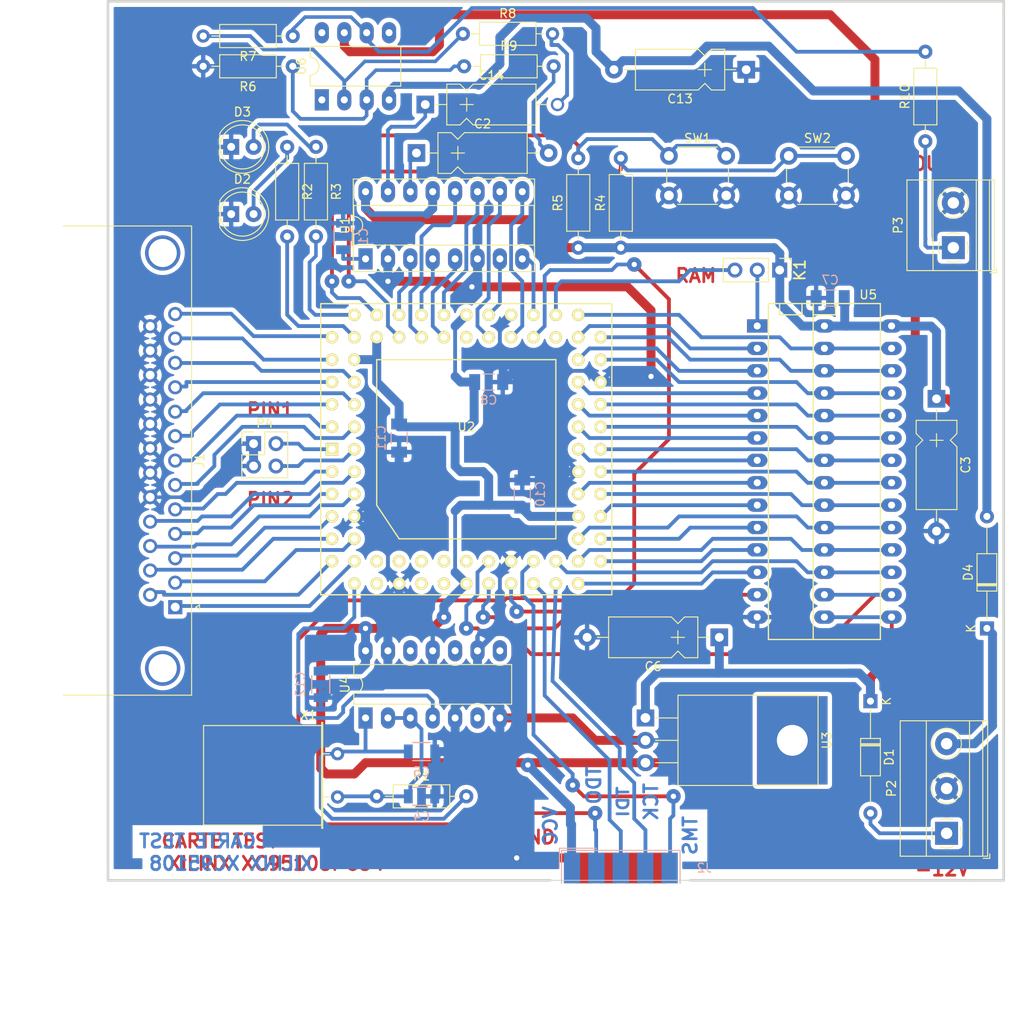
<source format=kicad_pcb>
(kicad_pcb (version 20200119) (host pcbnew "(5.99.0-1309-g515e57c02)")
  (title_block (title "CARTE TEST XILINX XC95108") (rev "0"))
  (layers (0 "F.Cu" signal) (31 "B.Cu" signal) (34 "B.Paste" user) (35 "F.Paste" user) (36 "B.SilkS" user) (37 "F.SilkS" user) (38 "B.Mask" user) (39 "F.Mask" user) (44 "Edge.Cuts" user))
  (net 0 "")
  (net 1 "+12V")
  (net 2 "-12V")
  (net 3 "/CSMEM")
  (net 4 "/DAT0")
  (net 5 "/DAT1")
  (net 6 "/DAT2")
  (net 7 "/DAT3")
  (net 8 "/DAT4")
  (net 9 "/DAT5")
  (net 10 "/DAT6")
  (net 11 "/DAT7")
  (net 12 "/DCLK")
  (net 13 "/LED1")
  (net 14 "/LED2")
  (net 15 "/MA0")
  (net 16 "/MA1")
  (net 17 "/MA2")
  (net 18 "/MA3")
  (net 19 "/MA4")
  (net 20 "/MA5")
  (net 21 "/MA6")
  (net 22 "/MA7")
  (net 23 "/MD0")
  (net 24 "/MD1")
  (net 25 "/MD10")
  (net 26 "/MD11")
  (net 27 "/MD12")
  (net 28 "/MD13")
  (net 29 "/MD14")
  (net 30 "/MD2")
  (net 31 "/MD3")
  (net 32 "/MD4")
  (net 33 "/MD5")
  (net 34 "/MD6")
  (net 35 "/MD7")
  (net 36 "/MD8")
  (net 37 "/MD9")
  (net 38 "/OEMEM")
  (net 39 "/PARBUS0")
  (net 40 "/PARBUS1")
  (net 41 "/PARBUS2")
  (net 42 "/PARBUS3")
  (net 43 "/PARBUS4")
  (net 44 "/PARBUS5")
  (net 45 "/PARBUS6")
  (net 46 "/PARBUS7")
  (net 47 "/PAR_AUX0/STROBE*")
  (net 48 "/PAR_AUX1/ERROR*")
  (net 49 "/PAR_AUX2/AUTOLF*")
  (net 50 "/PAR_AUX3/SELECT*")
  (net 51 "/PAR_AUX4/PE")
  (net 52 "/PAR_AUX5/BUSY*")
  (net 53 "/PAR_AUX6/ACK")
  (net 54 "/PAR_AUX7/INIT")
  (net 55 "/PAR_AUX8/SELECT")
  (net 56 "/PIN_TEST0")
  (net 57 "/PIN_TEST1")
  (net 58 "/R/W-A14")
  (net 59 "/SW0")
  (net 60 "/SW1")
  (net 61 "/TCK")
  (net 62 "/TDI")
  (net 63 "/TDO")
  (net 64 "/TMS")
  (net 65 "/XIN/CLK")
  (net 66 "GND")
  (net 67 "Net-(C1-Pad1)")
  (net 68 "Net-(C14-Pad1)")
  (net 69 "Net-(C14-Pad2)")
  (net 70 "Net-(C2-Pad1)")
  (net 71 "Net-(C2-Pad2)")
  (net 72 "Net-(C4-Pad1)")
  (net 73 "Net-(C5-Pad1)")
  (net 74 "Net-(K1-Pad2)")
  (net 75 "Net-(P3-Pad1)")
  (net 76 "Net-(R10-Pad2)")
  (net 77 "Net-(R6-Pad1)")
  (net 78 "Net-(R7-Pad2)")
  (net 79 "VCC")
  (net 80 "/+12BATT")
  (net 81 "/-12BATT")
  (net 82 "Net-(D2-Pad2)")
  (net 83 "Net-(D3-Pad2)")
  (module "TerminalBlock_Phoenix:TerminalBlock_Phoenix_MKDS-1,5-3-5.08_1x03_P5.08mm_Horizontal" (layer "F.Cu") (at 189.738 130.556 90)
    (fp_text reference "P2" (at 5.08 -6.26 90) (layer "F.SilkS"))
    (fp_text value "CONN_3")
    (pad "3" thru_hole circle (at 10.16 0 90) (size 2.6 2.6) (drill 1.3) (layers *.Cu *.Mask) (net 81 "/-12BATT"))
    (pad "2" thru_hole circle (at 5.08 0 90) (size 2.6 2.6) (drill 1.3) (layers *.Cu *.Mask) (net 66 "GND"))
    (pad "1" thru_hole rect (at 0 0 90) (size 2.6 2.6) (drill 1.3) (layers *.Cu *.Mask) (net 80 "/+12BATT"))
  )
  (module "TerminalBlock_Phoenix:TerminalBlock_Phoenix_MKDS-1,5-2-5.08_1x02_P5.08mm_Horizontal" (layer "F.Cu") (at 190.5 64.135 90)
    (fp_text reference "P3" (at 2.54 -6.26 90) (layer "F.SilkS"))
    (fp_text value "CONN_2")
    (pad "2" thru_hole circle (at 5.08 0 90) (size 2.6 2.6) (drill 1.3) (layers *.Cu *.Mask) (net 66 "GND"))
    (pad "1" thru_hole rect (at 0 0 90) (size 2.6 2.6) (drill 1.3) (layers *.Cu *.Mask) (net 75 "Net-(P3-Pad1)"))
  )
  (module "Connector_Dsub:DSUB-25_Female_Horizontal_P2.77x2.84mm_EdgePinOffset9.90mm_Housed_MountingHolesOffset11.32mm" (layer "F.Cu") (at 102.235 104.902 -90)
    (fp_text reference "J1" (at -16.62 -2.8 -90) (layer "F.SilkS"))
    (fp_text value "DB25")
    (pad "0" thru_hole circle (at 6.93 1.42 270) (size 4 4) (drill 3.2) (layers *.Cu *.Mask))
    (pad "0" thru_hole circle (at -40.17 1.42 270) (size 4 4) (drill 3.2) (layers *.Cu *.Mask))
    (pad "25" thru_hole circle (at -31.855 2.84 270) (size 1.6 1.6) (drill 1) (layers *.Cu *.Mask) (net 66 "GND"))
    (pad "24" thru_hole circle (at -29.085 2.84 270) (size 1.6 1.6) (drill 1) (layers *.Cu *.Mask) (net 66 "GND"))
    (pad "23" thru_hole circle (at -26.315 2.84 270) (size 1.6 1.6) (drill 1) (layers *.Cu *.Mask) (net 66 "GND"))
    (pad "22" thru_hole circle (at -23.545 2.84 270) (size 1.6 1.6) (drill 1) (layers *.Cu *.Mask) (net 66 "GND"))
    (pad "21" thru_hole circle (at -20.775 2.84 270) (size 1.6 1.6) (drill 1) (layers *.Cu *.Mask) (net 66 "GND"))
    (pad "20" thru_hole circle (at -18.005 2.84 270) (size 1.6 1.6) (drill 1) (layers *.Cu *.Mask) (net 66 "GND"))
    (pad "19" thru_hole circle (at -15.235 2.84 270) (size 1.6 1.6) (drill 1) (layers *.Cu *.Mask) (net 66 "GND"))
    (pad "18" thru_hole circle (at -12.465 2.84 270) (size 1.6 1.6) (drill 1) (layers *.Cu *.Mask) (net 66 "GND"))
    (pad "17" thru_hole circle (at -9.695 2.84 270) (size 1.6 1.6) (drill 1) (layers *.Cu *.Mask) (net 55 "/PAR_AUX8/SELECT"))
    (pad "16" thru_hole circle (at -6.925 2.84 270) (size 1.6 1.6) (drill 1) (layers *.Cu *.Mask) (net 54 "/PAR_AUX7/INIT"))
    (pad "15" thru_hole circle (at -4.155 2.84 270) (size 1.6 1.6) (drill 1) (layers *.Cu *.Mask) (net 48 "/PAR_AUX1/ERROR*"))
    (pad "14" thru_hole circle (at -1.385 2.84 270) (size 1.6 1.6) (drill 1) (layers *.Cu *.Mask) (net 49 "/PAR_AUX2/AUTOLF*"))
    (pad "13" thru_hole circle (at -33.24 0 270) (size 1.6 1.6) (drill 1) (layers *.Cu *.Mask) (net 50 "/PAR_AUX3/SELECT*"))
    (pad "12" thru_hole circle (at -30.47 0 270) (size 1.6 1.6) (drill 1) (layers *.Cu *.Mask) (net 51 "/PAR_AUX4/PE"))
    (pad "11" thru_hole circle (at -27.7 0 270) (size 1.6 1.6) (drill 1) (layers *.Cu *.Mask) (net 52 "/PAR_AUX5/BUSY*"))
    (pad "10" thru_hole circle (at -24.93 0 270) (size 1.6 1.6) (drill 1) (layers *.Cu *.Mask) (net 53 "/PAR_AUX6/ACK"))
    (pad "9" thru_hole circle (at -22.16 0 270) (size 1.6 1.6) (drill 1) (layers *.Cu *.Mask) (net 46 "/PARBUS7"))
    (pad "8" thru_hole circle (at -19.39 0 270) (size 1.6 1.6) (drill 1) (layers *.Cu *.Mask) (net 45 "/PARBUS6"))
    (pad "7" thru_hole circle (at -16.62 0 270) (size 1.6 1.6) (drill 1) (layers *.Cu *.Mask) (net 44 "/PARBUS5"))
    (pad "6" thru_hole circle (at -13.85 0 270) (size 1.6 1.6) (drill 1) (layers *.Cu *.Mask) (net 43 "/PARBUS4"))
    (pad "5" thru_hole circle (at -11.08 0 270) (size 1.6 1.6) (drill 1) (layers *.Cu *.Mask) (net 42 "/PARBUS3"))
    (pad "4" thru_hole circle (at -8.31 0 270) (size 1.6 1.6) (drill 1) (layers *.Cu *.Mask) (net 41 "/PARBUS2"))
    (pad "3" thru_hole circle (at -5.54 0 270) (size 1.6 1.6) (drill 1) (layers *.Cu *.Mask) (net 40 "/PARBUS1"))
    (pad "2" thru_hole circle (at -2.77 0 270) (size 1.6 1.6) (drill 1) (layers *.Cu *.Mask) (net 39 "/PARBUS0"))
    (pad "1" thru_hole rect (at 0 0 270) (size 1.6 1.6) (drill 1) (layers *.Cu *.Mask) (net 47 "/PAR_AUX0/STROBE*"))
  )
  (module "Connector_PinHeader_2.54mm:PinHeader_1x03_P2.54mm_Vertical" (layer "F.Cu") (at 170.8 66.675 -90)
    (fp_text reference "K1" (at 0 -2.286 -90) (layer "F.SilkS") (effects (font (size 1.27 1.27) (thickness 0.2032))))
    (fp_text value "CONN_3" hide)
    (pad "3" thru_hole oval (at 0 5.08 270) (size 1.7 1.7) (drill 1) (layers *.Cu *.Mask) (net 29 "/MD14"))
    (pad "2" thru_hole oval (at 0 2.54 270) (size 1.7 1.7) (drill 1) (layers *.Cu *.Mask) (net 74 "Net-(K1-Pad2)"))
    (pad "1" thru_hole rect (at 0 0 270) (size 1.7 1.7) (drill 1) (layers *.Cu *.Mask) (net 79 "VCC"))
  )
  (module "Sockets_DIP:DIP-28__300__600_ELL" (layer "F.Cu") (at 168.275 73.025)
    (fp_text reference "U5" (at 12.573 -3.556) (layer "F.SilkS"))
    (fp_text value "RAM_32KO")
    (pad "28" thru_hole oval (at 7.6 -0.01 270) (size 1.5 2.3) (drill 0.8) (layers *.Cu *.Mask) (net 79 "VCC"))
    (pad "27" thru_hole oval (at 7.6 2.53 270) (size 1.5 2.3) (drill 0.8) (layers *.Cu *.Mask) (net 58 "/R/W-A14"))
    (pad "26" thru_hole oval (at 7.6 5.07 270) (size 1.5 2.3) (drill 0.8) (layers *.Cu *.Mask) (net 28 "/MD13"))
    (pad "25" thru_hole oval (at 7.6 7.61 270) (size 1.5 2.3) (drill 0.8) (layers *.Cu *.Mask) (net 36 "/MD8"))
    (pad "24" thru_hole oval (at 7.6 10.15 270) (size 1.5 2.3) (drill 0.8) (layers *.Cu *.Mask) (net 37 "/MD9"))
    (pad "23" thru_hole oval (at 7.6 12.69 270) (size 1.5 2.3) (drill 0.8) (layers *.Cu *.Mask) (net 26 "/MD11"))
    (pad "22" thru_hole oval (at 7.6 15.23 270) (size 1.5 2.3) (drill 0.8) (layers *.Cu *.Mask) (net 38 "/OEMEM"))
    (pad "21" thru_hole oval (at 7.6 17.77 270) (size 1.5 2.3) (drill 0.8) (layers *.Cu *.Mask) (net 25 "/MD10"))
    (pad "20" thru_hole oval (at 7.6 20.31 270) (size 1.5 2.3) (drill 0.8) (layers *.Cu *.Mask) (net 3 "/CSMEM"))
    (pad "19" thru_hole oval (at 7.6 22.85 270) (size 1.5 2.3) (drill 0.8) (layers *.Cu *.Mask) (net 22 "/MA7"))
    (pad "18" thru_hole oval (at 7.6 25.39 270) (size 1.5 2.3) (drill 0.8) (layers *.Cu *.Mask) (net 21 "/MA6"))
    (pad "17" thru_hole oval (at 7.6 27.93 270) (size 1.5 2.3) (drill 0.8) (layers *.Cu *.Mask) (net 20 "/MA5"))
    (pad "16" thru_hole oval (at 7.6 30.47 270) (size 1.5 2.3) (drill 0.8) (layers *.Cu *.Mask) (net 19 "/MA4"))
    (pad "15" thru_hole oval (at 7.6 33.01 270) (size 1.5 2.3) (drill 0.8) (layers *.Cu *.Mask) (net 18 "/MA3"))
    (pad "28" thru_hole oval (at 15.22 -0.01 270) (size 1.5 2.3) (drill 0.8) (layers *.Cu *.Mask) (net 79 "VCC"))
    (pad "27" thru_hole oval (at 15.22 2.53 270) (size 1.5 2.3) (drill 0.8) (layers *.Cu *.Mask) (net 58 "/R/W-A14"))
    (pad "26" thru_hole oval (at 15.22 5.07 270) (size 1.5 2.3) (drill 0.8) (layers *.Cu *.Mask) (net 28 "/MD13"))
    (pad "25" thru_hole oval (at 15.22 7.61 270) (size 1.5 2.3) (drill 0.8) (layers *.Cu *.Mask) (net 36 "/MD8"))
    (pad "24" thru_hole oval (at 15.22 10.15 270) (size 1.5 2.3) (drill 0.8) (layers *.Cu *.Mask) (net 37 "/MD9"))
    (pad "23" thru_hole oval (at 15.22 12.69 270) (size 1.5 2.3) (drill 0.8) (layers *.Cu *.Mask) (net 26 "/MD11"))
    (pad "22" thru_hole oval (at 15.22 15.23 270) (size 1.5 2.3) (drill 0.8) (layers *.Cu *.Mask) (net 38 "/OEMEM"))
    (pad "21" thru_hole oval (at 15.22 17.77 270) (size 1.5 2.3) (drill 0.8) (layers *.Cu *.Mask) (net 25 "/MD10"))
    (pad "20" thru_hole oval (at 15.22 20.31 270) (size 1.5 2.3) (drill 0.8) (layers *.Cu *.Mask) (net 3 "/CSMEM"))
    (pad "19" thru_hole oval (at 15.22 22.85 270) (size 1.5 2.3) (drill 0.8) (layers *.Cu *.Mask) (net 22 "/MA7"))
    (pad "18" thru_hole oval (at 15.22 25.39 270) (size 1.5 2.3) (drill 0.8) (layers *.Cu *.Mask) (net 21 "/MA6"))
    (pad "17" thru_hole oval (at 15.22 27.93 270) (size 1.5 2.3) (drill 0.8) (layers *.Cu *.Mask) (net 20 "/MA5"))
    (pad "16" thru_hole oval (at 15.22 30.47 270) (size 1.5 2.3) (drill 0.8) (layers *.Cu *.Mask) (net 19 "/MA4"))
    (pad "15" thru_hole oval (at 15.22 33.01 270) (size 1.5 2.3) (drill 0.8) (layers *.Cu *.Mask) (net 18 "/MA3"))
    (pad "14" thru_hole oval (at -0.02 33.01 270) (size 1.5 2.3) (drill 0.8) (layers *.Cu *.Mask) (net 66 "GND"))
    (pad "13" thru_hole oval (at -0.02 30.47 270) (size 1.5 2.3) (drill 0.8) (layers *.Cu *.Mask) (net 17 "/MA2"))
    (pad "12" thru_hole oval (at -0.02 27.93 270) (size 1.5 2.3) (drill 0.8) (layers *.Cu *.Mask) (net 16 "/MA1"))
    (pad "11" thru_hole oval (at -0.02 25.39 270) (size 1.5 2.3) (drill 0.8) (layers *.Cu *.Mask) (net 15 "/MA0"))
    (pad "10" thru_hole oval (at -0.02 22.85 270) (size 1.5 2.3) (drill 0.8) (layers *.Cu *.Mask) (net 23 "/MD0"))
    (pad "9" thru_hole oval (at -0.02 20.31 270) (size 1.5 2.3) (drill 0.8) (layers *.Cu *.Mask) (net 24 "/MD1"))
    (pad "8" thru_hole oval (at -0.02 17.77 270) (size 1.5 2.3) (drill 0.8) (layers *.Cu *.Mask) (net 30 "/MD2"))
    (pad "7" thru_hole oval (at -0.02 15.23 270) (size 1.5 2.3) (drill 0.8) (layers *.Cu *.Mask) (net 31 "/MD3"))
    (pad "6" thru_hole oval (at -0.02 12.69 270) (size 1.5 2.3) (drill 0.8) (layers *.Cu *.Mask) (net 32 "/MD4"))
    (pad "5" thru_hole oval (at -0.02 10.15 270) (size 1.5 2.3) (drill 0.8) (layers *.Cu *.Mask) (net 33 "/MD5"))
    (pad "4" thru_hole oval (at -0.02 7.61 270) (size 1.5 2.3) (drill 0.8) (layers *.Cu *.Mask) (net 34 "/MD6"))
    (pad "3" thru_hole oval (at -0.02 5.07 270) (size 1.5 2.3) (drill 0.8) (layers *.Cu *.Mask) (net 35 "/MD7"))
    (pad "2" thru_hole oval (at -0.02 2.53 270) (size 1.5 2.3) (drill 0.8) (layers *.Cu *.Mask) (net 27 "/MD12"))
    (pad "1" thru_hole rect (at -0.02 -0.01 270) (size 1.5 2.3) (drill 0.8) (layers *.Cu *.Mask) (net 74 "Net-(K1-Pad2)"))
  )
  (module "Button_Switch_THT:SW_PUSH_6mm_h4.3mm" (layer "F.Cu") (at 158.242 53.721)
    (fp_text reference "SW1" (at 3.25 -2) (layer "F.SilkS"))
    (fp_text value "SW_PUSH")
    (pad "1" thru_hole circle (at 6.5 0 90) (size 2 2) (drill 1.1) (layers *.Cu *.Mask) (net 59 "/SW0"))
    (pad "2" thru_hole circle (at 6.5 4.5 90) (size 2 2) (drill 1.1) (layers *.Cu *.Mask) (net 66 "GND"))
    (pad "1" thru_hole circle (at 0 0 90) (size 2 2) (drill 1.1) (layers *.Cu *.Mask) (net 59 "/SW0"))
    (pad "2" thru_hole circle (at 0 4.5 90) (size 2 2) (drill 1.1) (layers *.Cu *.Mask) (net 66 "GND"))
  )
  (module "Button_Switch_THT:SW_PUSH_6mm_h4.3mm" (layer "F.Cu") (at 171.831 53.721)
    (fp_text reference "SW2" (at 3.25 -2) (layer "F.SilkS"))
    (fp_text value "SW_PUSH")
    (pad "1" thru_hole circle (at 6.5 0 90) (size 2 2) (drill 1.1) (layers *.Cu *.Mask) (net 60 "/SW1"))
    (pad "2" thru_hole circle (at 6.5 4.5 90) (size 2 2) (drill 1.1) (layers *.Cu *.Mask) (net 66 "GND"))
    (pad "1" thru_hole circle (at 0 0 90) (size 2 2) (drill 1.1) (layers *.Cu *.Mask) (net 60 "/SW1"))
    (pad "2" thru_hole circle (at 0 4.5 90) (size 2 2) (drill 1.1) (layers *.Cu *.Mask) (net 66 "GND"))
  )
  (module "Package_DIP:DIP-14_W7.62mm_LongPads" (layer "F.Cu") (at 123.825 117.475 90)
    (fp_text reference "U4" (at 3.81 -2.33 90) (layer "F.SilkS"))
    (fp_text value "74HC04")
    (pad "14" thru_hole oval (at 7.62 0 90) (size 2.4 1.6) (drill 0.8) (layers *.Cu *.Mask) (net 79 "VCC"))
    (pad "7" thru_hole oval (at 0 15.24 90) (size 2.4 1.6) (drill 0.8) (layers *.Cu *.Mask) (net 66 "GND"))
    (pad "13" thru_hole oval (at 7.62 2.54 90) (size 2.4 1.6) (drill 0.8) (layers *.Cu *.Mask) (net 66 "GND"))
    (pad "6" thru_hole oval (at 0 12.7 90) (size 2.4 1.6) (drill 0.8) (layers *.Cu *.Mask))
    (pad "12" thru_hole oval (at 7.62 5.08 90) (size 2.4 1.6) (drill 0.8) (layers *.Cu *.Mask))
    (pad "5" thru_hole oval (at 0 10.16 90) (size 2.4 1.6) (drill 0.8) (layers *.Cu *.Mask) (net 66 "GND"))
    (pad "11" thru_hole oval (at 7.62 7.62 90) (size 2.4 1.6) (drill 0.8) (layers *.Cu *.Mask) (net 66 "GND"))
    (pad "4" thru_hole oval (at 0 7.62 90) (size 2.4 1.6) (drill 0.8) (layers *.Cu *.Mask) (net 65 "/XIN/CLK"))
    (pad "10" thru_hole oval (at 7.62 10.16 90) (size 2.4 1.6) (drill 0.8) (layers *.Cu *.Mask))
    (pad "3" thru_hole oval (at 0 5.08 90) (size 2.4 1.6) (drill 0.8) (layers *.Cu *.Mask) (net 72 "Net-(C4-Pad1)"))
    (pad "9" thru_hole oval (at 7.62 12.7 90) (size 2.4 1.6) (drill 0.8) (layers *.Cu *.Mask) (net 66 "GND"))
    (pad "2" thru_hole oval (at 0 2.54 90) (size 2.4 1.6) (drill 0.8) (layers *.Cu *.Mask) (net 72 "Net-(C4-Pad1)"))
    (pad "8" thru_hole oval (at 7.62 15.24 90) (size 2.4 1.6) (drill 0.8) (layers *.Cu *.Mask))
    (pad "1" thru_hole rect (at 0 0 90) (size 2.4 1.6) (drill 0.8) (layers *.Cu *.Mask) (net 73 "Net-(C5-Pad1)"))
  )
  (module "Connector_PinHeader_2.54mm:PinHeader_2x02_P2.54mm_Vertical" (layer "F.Cu") (at 111.125 86.36)
    (fp_text reference "P4" (at 1.27 -2.33) (layer "F.SilkS"))
    (fp_text value "CONN_2X2")
    (pad "4" thru_hole oval (at 2.54 2.54) (size 1.7 1.7) (drill 1) (layers *.Cu *.Mask) (net 57 "/PIN_TEST1"))
    (pad "3" thru_hole oval (at 0 2.54) (size 1.7 1.7) (drill 1) (layers *.Cu *.Mask) (net 66 "GND"))
    (pad "2" thru_hole oval (at 2.54 0) (size 1.7 1.7) (drill 1) (layers *.Cu *.Mask) (net 56 "/PIN_TEST0"))
    (pad "1" thru_hole rect (at 0 0) (size 1.7 1.7) (drill 1) (layers *.Cu *.Mask) (net 66 "GND"))
  )
  (module "Diode_THT:D_DO-35_SOD27_P12.70mm_Horizontal" (layer "F.Cu") (at 181.102 115.57 -90)
    (fp_text reference "D1" (at 6.35 -2.12 -90) (layer "F.SilkS"))
    (fp_text value "1N4004")
    (fp_text user "K" (at 0 -1.8 -90) (layer "F.SilkS"))
    (pad "2" thru_hole oval (at 12.7 0 270) (size 1.6 1.6) (drill 0.8) (layers *.Cu *.Mask) (net 80 "/+12BATT"))
    (pad "1" thru_hole rect (at 0 0 270) (size 1.6 1.6) (drill 0.8) (layers *.Cu *.Mask) (net 1 "+12V"))
  )
  (module "Diode_THT:D_DO-35_SOD27_P12.70mm_Horizontal" (layer "F.Cu") (at 194.31 107.315 90)
    (fp_text reference "D4" (at 6.35 -2.12 90) (layer "F.SilkS"))
    (fp_text value "1N4004")
    (fp_text user "K" (at 0 -1.8 90) (layer "F.SilkS"))
    (pad "2" thru_hole oval (at 12.7 0 90) (size 1.6 1.6) (drill 0.8) (layers *.Cu *.Mask) (net 2 "-12V"))
    (pad "1" thru_hole rect (at 0 0 90) (size 1.6 1.6) (drill 0.8) (layers *.Cu *.Mask) (net 81 "/-12BATT"))
  )
  (module "Package_TO_SOT_THT:TO-220-3_Horizontal_TabDown" (layer "F.Cu") (at 155.575 117.475 -90)
    (fp_text reference "U3" (at 2.54 -20.58 -90) (layer "F.SilkS"))
    (fp_text value "LM7805")
    (pad "3" thru_hole oval (at 5.08 0 270) (size 1.905 2) (drill 1.1) (layers *.Cu *.Mask) (net 79 "VCC"))
    (pad "2" thru_hole oval (at 2.54 0 270) (size 1.905 2) (drill 1.1) (layers *.Cu *.Mask) (net 66 "GND"))
    (pad "1" thru_hole rect (at 0 0 270) (size 1.905 2) (drill 1.1) (layers *.Cu *.Mask) (net 1 "+12V"))
    (pad "" np_thru_hole rect (at 2.54 -16.66 270) (size 10 8) (drill 3.5) (layers *.Cu *.Mask))
  )
  (module "Capacitor_THT:CP_Axial_L10.0mm_D4.5mm_P15.00mm_Horizontal" (layer "F.Cu") (at 129.6 53.4)
    (fp_text reference "C2" (at 7.5 -3.31) (layer "F.SilkS"))
    (fp_text value "10uF")
    (pad "1" thru_hole rect (at 0 0) (size 2 2) (drill 1) (layers *.Cu *.Mask) (net 70 "Net-(C2-Pad1)"))
    (pad "2" thru_hole oval (at 15 0) (size 2 2) (drill 1) (layers *.Cu *.Mask) (net 71 "Net-(C2-Pad2)"))
  )
  (module "Capacitor_THT:CP_Axial_L10.0mm_D4.5mm_P15.00mm_Horizontal" (layer "F.Cu") (at 188.595 81.28 -90)
    (fp_text reference "C3" (at 7.5 -3.31 -90) (layer "F.SilkS"))
    (fp_text value "10uF")
    (pad "2" thru_hole oval (at 15 0 270) (size 2 2) (drill 1) (layers *.Cu *.Mask) (net 66 "GND"))
    (pad "1" thru_hole rect (at 0 0 270) (size 2 2) (drill 1) (layers *.Cu *.Mask) (net 79 "VCC"))
  )
  (module "Capacitor_THT:CP_Axial_L10.0mm_D4.5mm_P15.00mm_Horizontal" (layer "F.Cu") (at 163.957 108.331 180)
    (fp_text reference "C6" (at 7.5 -3.31 180) (layer "F.SilkS"))
    (fp_text value "47uF")
    (pad "1" thru_hole rect (at 0 0 180) (size 2 2) (drill 1) (layers *.Cu *.Mask) (net 1 "+12V"))
    (pad "2" thru_hole oval (at 15 0 180) (size 2 2) (drill 1) (layers *.Cu *.Mask) (net 66 "GND"))
  )
  (module "Capacitor_THT:CP_Axial_L10.0mm_D4.5mm_P15.00mm_Horizontal" (layer "F.Cu") (at 167.005 43.942 180)
    (fp_text reference "C13" (at 7.5 -3.31 180) (layer "F.SilkS"))
    (fp_text value "10uF")
    (pad "2" thru_hole oval (at 15 0 180) (size 2 2) (drill 1) (layers *.Cu *.Mask) (net 2 "-12V"))
    (pad "1" thru_hole rect (at 0 0 180) (size 2 2) (drill 1) (layers *.Cu *.Mask) (net 66 "GND"))
  )
  (module "Capacitor_THT:CP_Axial_L10.0mm_D4.5mm_P15.00mm_Horizontal" (layer "F.Cu") (at 130.6 47.9)
    (fp_text reference "C14" (at 7.5 -3.31) (layer "F.SilkS"))
    (fp_text value "10uF")
    (pad "1" thru_hole rect (at 0 0) (size 2 2) (drill 1) (layers *.Cu *.Mask) (net 68 "Net-(C14-Pad1)"))
    (pad "2" thru_hole circle (at 15 0) (size 1.5 1.5) (drill 1) (layers *.Cu *.Mask) (net 69 "Net-(C14-Pad2)"))
  )
  (module "Connector_Dsub:DSUB-9_Female_EdgeMount_P2.77mm" (layer "B.Cu") (at 152.781 134.493 180)
    (fp_text reference "J2" (at -9.463333 0 180) (layer "B.SilkS") (effects (justify mirror)))
    (fp_text value "DB9FEM")
    (pad "1" smd rect (at 5.54 0 180) (size 1.846667 3.48) (layers "B.Cu" "B.Paste" "B.Mask") (net 79 "VCC"))
    (pad "2" smd rect (at 2.77 0 180) (size 1.846667 3.48) (layers "B.Cu" "B.Paste" "B.Mask") (net 63 "/TDO"))
    (pad "3" smd rect (at 0 0 180) (size 1.846667 3.48) (layers "B.Cu" "B.Paste" "B.Mask") (net 62 "/TDI"))
    (pad "4" smd rect (at -2.77 0 180) (size 1.846667 3.48) (layers "B.Cu" "B.Paste" "B.Mask") (net 61 "/TCK"))
    (pad "5" smd rect (at -5.54 0 180) (size 1.846667 3.48) (layers "B.Cu" "B.Paste" "B.Mask") (net 64 "/TMS"))
    (pad "6" smd rect (at 4.155 0 180) (size 1.846667 3.48) (layers "F.Cu" "F.Paste" "F.Mask") (net 66 "GND"))
    (pad "7" smd rect (at 1.385 0 180) (size 1.846667 3.48) (layers "F.Cu" "F.Paste" "F.Mask") (net 66 "GND"))
    (pad "8" smd rect (at -1.385 0 180) (size 1.846667 3.48) (layers "F.Cu" "F.Paste" "F.Mask") (net 66 "GND"))
    (pad "9" smd rect (at -4.155 0 180) (size 1.846667 3.48) (layers "F.Cu" "F.Paste" "F.Mask") (net 66 "GND"))
  )
  (module "Package_DIP:DIP-8_W7.62mm_LongPads" (layer "F.Cu") (at 118.872 47.371 90)
    (fp_text reference "U6" (at 3.81 -2.33 90) (layer "F.SilkS"))
    (fp_text value "LM318N")
    (pad "1" thru_hole rect (at 0 0 90) (size 2.4 1.6) (drill 0.8) (layers *.Cu *.Mask))
    (pad "5" thru_hole oval (at 7.62 7.62 90) (size 2.4 1.6) (drill 0.8) (layers *.Cu *.Mask))
    (pad "2" thru_hole oval (at 0 2.54 90) (size 2.4 1.6) (drill 0.8) (layers *.Cu *.Mask) (net 78 "Net-(R7-Pad2)"))
    (pad "6" thru_hole oval (at 7.62 5.08 90) (size 2.4 1.6) (drill 0.8) (layers *.Cu *.Mask) (net 76 "Net-(R10-Pad2)"))
    (pad "3" thru_hole oval (at 0 5.08 90) (size 2.4 1.6) (drill 0.8) (layers *.Cu *.Mask) (net 77 "Net-(R6-Pad1)"))
    (pad "7" thru_hole oval (at 7.62 2.54 90) (size 2.4 1.6) (drill 0.8) (layers *.Cu *.Mask) (net 1 "+12V"))
    (pad "4" thru_hole oval (at 0 7.62 90) (size 2.4 1.6) (drill 0.8) (layers *.Cu *.Mask) (net 2 "-12V"))
    (pad "8" thru_hole oval (at 7.62 0 90) (size 2.4 1.6) (drill 0.8) (layers *.Cu *.Mask))
  )
  (module "Capacitor_SMD:C_1206_3216Metric_Pad1.24x1.80mm_HandSolder" (layer "B.Cu") (at 176.53 69.85 180)
    (fp_text reference "C7" (at 0 2.05 180) (layer "B.SilkS") (effects (justify mirror)))
    (fp_text value "100nF")
    (pad "2" smd rect (at 1.5925 0 180) (size 1.245 1.8) (layers "B.Cu" "B.Paste" "B.Mask") (net 66 "GND"))
    (pad "1" smd rect (at -1.5925 0 180) (size 1.245 1.8) (layers "B.Cu" "B.Paste" "B.Mask") (net 79 "VCC"))
  )
  (module "Capacitor_SMD:C_1206_3216Metric_Pad1.24x1.80mm_HandSolder" (layer "B.Cu") (at 137.795 79.375)
    (fp_text reference "C8" (at 0 2.05) (layer "B.SilkS") (effects (justify mirror)))
    (fp_text value "100nF")
    (pad "1" smd rect (at -1.5925 0) (size 1.245 1.8) (layers "B.Cu" "B.Paste" "B.Mask") (net 79 "VCC"))
    (pad "2" smd rect (at 1.5925 0) (size 1.245 1.8) (layers "B.Cu" "B.Paste" "B.Mask") (net 66 "GND"))
  )
  (module "Capacitor_SMD:C_1206_3216Metric_Pad1.24x1.80mm_HandSolder" (layer "B.Cu") (at 141.605 92.075 90)
    (fp_text reference "C10" (at 0 2.05 90) (layer "B.SilkS") (effects (justify mirror)))
    (fp_text value "100nF")
    (pad "2" smd rect (at 1.5925 0 90) (size 1.245 1.8) (layers "B.Cu" "B.Paste" "B.Mask") (net 66 "GND"))
    (pad "1" smd rect (at -1.5925 0 90) (size 1.245 1.8) (layers "B.Cu" "B.Paste" "B.Mask") (net 79 "VCC"))
  )
  (module "Capacitor_SMD:C_1206_3216Metric_Pad1.24x1.80mm_HandSolder" (layer "B.Cu") (at 127.635 85.725 -90)
    (fp_text reference "C11" (at 0 2.05 -90) (layer "B.SilkS") (effects (justify mirror)))
    (fp_text value "100nF")
    (pad "1" smd rect (at -1.5925 0 270) (size 1.245 1.8) (layers "B.Cu" "B.Paste" "B.Mask") (net 79 "VCC"))
    (pad "2" smd rect (at 1.5925 0 270) (size 1.245 1.8) (layers "B.Cu" "B.Paste" "B.Mask") (net 66 "GND"))
  )
  (module "LED_THT:LED_D5.0mm" (layer "F.Cu") (at 108.585 60.325)
    (fp_text reference "D2" (at 1.27 -3.96) (layer "F.SilkS"))
    (fp_text value "LED")
    (pad "2" thru_hole circle (at 2.54 0) (size 1.8 1.8) (drill 0.9) (layers *.Cu *.Mask) (net 82 "Net-(D2-Pad2)"))
    (pad "1" thru_hole rect (at 0 0) (size 1.8 1.8) (drill 0.9) (layers *.Cu *.Mask) (net 66 "GND"))
  )
  (module "LED_THT:LED_D5.0mm" (layer "F.Cu") (at 108.585 52.705)
    (fp_text reference "D3" (at 1.27 -3.96) (layer "F.SilkS"))
    (fp_text value "LED")
    (pad "1" thru_hole rect (at 0 0) (size 1.8 1.8) (drill 0.9) (layers *.Cu *.Mask) (net 66 "GND"))
    (pad "2" thru_hole circle (at 2.54 0) (size 1.8 1.8) (drill 0.9) (layers *.Cu *.Mask) (net 83 "Net-(D3-Pad2)"))
  )
  (module "Crystal:Crystal_HC18-U_Horizontal" (layer "F.Cu") (at 120.65 121.539 -90)
    (fp_text reference "X1" (at -4.375 3.3125) (layer "F.SilkS"))
    (fp_text value "10MHz")
    (pad "1" thru_hole circle (at 0 0 270) (size 1.5 1.5) (drill 0.8) (layers *.Cu *.Mask) (net 73 "Net-(C5-Pad1)"))
    (pad "2" thru_hole circle (at 4.9 0 270) (size 1.5 1.5) (drill 0.8) (layers *.Cu *.Mask) (net 72 "Net-(C4-Pad1)"))
  )
  (module "Package_DIP:DIP-16_W7.62mm_Socket_LongPads" (layer "F.Cu") (at 123.825 65.405 90)
    (fp_text reference "U1" (at 3.81 -2.33 90) (layer "F.SilkS"))
    (fp_text value "TDA8702")
    (pad "1" thru_hole rect (at 0 0 90) (size 2.4 1.6) (drill 0.8) (layers *.Cu *.Mask) (net 67 "Net-(C1-Pad1)"))
    (pad "9" thru_hole oval (at 7.62 17.78 90) (size 2.4 1.6) (drill 0.8) (layers *.Cu *.Mask) (net 9 "/DAT5"))
    (pad "2" thru_hole oval (at 0 2.54 90) (size 2.4 1.6) (drill 0.8) (layers *.Cu *.Mask) (net 66 "GND"))
    (pad "10" thru_hole oval (at 7.62 15.24 90) (size 2.4 1.6) (drill 0.8) (layers *.Cu *.Mask) (net 8 "/DAT4"))
    (pad "3" thru_hole oval (at 0 5.08 90) (size 2.4 1.6) (drill 0.8) (layers *.Cu *.Mask) (net 6 "/DAT2"))
    (pad "11" thru_hole oval (at 7.62 12.7 90) (size 2.4 1.6) (drill 0.8) (layers *.Cu *.Mask) (net 5 "/DAT1"))
    (pad "4" thru_hole oval (at 0 7.62 90) (size 2.4 1.6) (drill 0.8) (layers *.Cu *.Mask) (net 7 "/DAT3"))
    (pad "12" thru_hole oval (at 7.62 10.16 90) (size 2.4 1.6) (drill 0.8) (layers *.Cu *.Mask) (net 4 "/DAT0"))
    (pad "5" thru_hole oval (at 0 10.16 90) (size 2.4 1.6) (drill 0.8) (layers *.Cu *.Mask) (net 12 "/DCLK"))
    (pad "13" thru_hole oval (at 7.62 7.62 90) (size 2.4 1.6) (drill 0.8) (layers *.Cu *.Mask) (net 79 "VCC"))
    (pad "6" thru_hole oval (at 0 12.7 90) (size 2.4 1.6) (drill 0.8) (layers *.Cu *.Mask) (net 66 "GND"))
    (pad "14" thru_hole oval (at 7.62 5.08 90) (size 2.4 1.6) (drill 0.8) (layers *.Cu *.Mask) (net 70 "Net-(C2-Pad1)"))
    (pad "7" thru_hole oval (at 0 15.24 90) (size 2.4 1.6) (drill 0.8) (layers *.Cu *.Mask) (net 11 "/DAT7"))
    (pad "15" thru_hole oval (at 7.62 2.54 90) (size 2.4 1.6) (drill 0.8) (layers *.Cu *.Mask) (net 68 "Net-(C14-Pad1)"))
    (pad "8" thru_hole oval (at 0 17.78 90) (size 2.4 1.6) (drill 0.8) (layers *.Cu *.Mask) (net 10 "/DAT6"))
    (pad "16" thru_hole oval (at 7.62 0 90) (size 2.4 1.6) (drill 0.8) (layers *.Cu *.Mask) (net 79 "VCC"))
  )
  (module "Resistor_THT:R_Axial_DIN0207_L6.3mm_D2.5mm_P10.16mm_Horizontal" (layer "F.Cu") (at 118.2 52.7 -90)
    (fp_text reference "R3" (at 5.08 -2.31 -90) (layer "F.SilkS"))
    (fp_text value "330")
    (pad "2" thru_hole oval (at 10.16 0 270) (size 1.6 1.6) (drill 0.8) (layers *.Cu *.Mask) (net 14 "/LED2"))
    (pad "1" thru_hole circle (at 0 0 270) (size 1.6 1.6) (drill 0.8) (layers *.Cu *.Mask) (net 83 "Net-(D3-Pad2)"))
  )
  (module "Resistor_THT:R_Axial_DIN0207_L6.3mm_D2.5mm_P10.16mm_Horizontal" (layer "F.Cu") (at 115.57 40.132 180)
    (fp_text reference "R7" (at 5.08 -2.31 180) (layer "F.SilkS"))
    (fp_text value "1,1K")
    (pad "1" thru_hole circle (at 0 0 180) (size 1.6 1.6) (drill 0.8) (layers *.Cu *.Mask) (net 76 "Net-(R10-Pad2)"))
    (pad "2" thru_hole circle (at 10.16 0 180) (size 1.5 1.5) (drill 0.8) (layers *.Cu *.Mask) (net 78 "Net-(R7-Pad2)"))
  )
  (module "Resistor_THT:R_Axial_DIN0207_L6.3mm_D2.5mm_P10.16mm_Horizontal" (layer "F.Cu") (at 115.57 43.561 180)
    (fp_text reference "R6" (at 5.08 -2.31 180) (layer "F.SilkS"))
    (fp_text value "1,1k")
    (pad "2" thru_hole oval (at 10.16 0 180) (size 1.6 1.6) (drill 0.8) (layers *.Cu *.Mask) (net 66 "GND"))
    (pad "1" thru_hole circle (at 0 0 180) (size 1.6 1.6) (drill 0.8) (layers *.Cu *.Mask) (net 77 "Net-(R6-Pad1)"))
  )
  (module "Resistor_THT:R_Axial_DIN0207_L6.3mm_D2.5mm_P10.16mm_Horizontal" (layer "F.Cu") (at 147.955 64.135 90)
    (fp_text reference "R5" (at 5.08 -2.31 90) (layer "F.SilkS"))
    (fp_text value "4,7K")
    (pad "1" thru_hole circle (at 0 0 90) (size 1.6 1.6) (drill 0.8) (layers *.Cu *.Mask) (net 79 "VCC"))
    (pad "2" thru_hole oval (at 10.16 0 90) (size 1.6 1.6) (drill 0.8) (layers *.Cu *.Mask) (net 59 "/SW0"))
  )
  (module "Resistor_THT:R_Axial_DIN0207_L6.3mm_D2.5mm_P10.16mm_Horizontal" (layer "F.Cu") (at 152.781 64.135 90)
    (fp_text reference "R4" (at 5.08 -2.31 90) (layer "F.SilkS"))
    (fp_text value "4,7K")
    (pad "2" thru_hole oval (at 10.16 0 90) (size 1.6 1.6) (drill 0.8) (layers *.Cu *.Mask) (net 60 "/SW1"))
    (pad "1" thru_hole circle (at 0 0 90) (size 1.6 1.6) (drill 0.8) (layers *.Cu *.Mask) (net 79 "VCC"))
  )
  (module "Resistor_THT:R_Axial_DIN0207_L6.3mm_D2.5mm_P10.16mm_Horizontal" (layer "F.Cu") (at 125.095 126.365)
    (fp_text reference "R1" (at 5.08 -2.31) (layer "F.SilkS"))
    (fp_text value "100K")
    (pad "1" thru_hole circle (at 0 0) (size 1.6 1.6) (drill 0.8) (layers *.Cu *.Mask) (net 72 "Net-(C4-Pad1)"))
    (pad "2" thru_hole oval (at 10.16 0) (size 1.6 1.6) (drill 0.8) (layers *.Cu *.Mask) (net 73 "Net-(C5-Pad1)"))
  )
  (module "Resistor_THT:R_Axial_DIN0207_L6.3mm_D2.5mm_P10.16mm_Horizontal" (layer "F.Cu") (at 135.001 43.561)
    (fp_text reference "R9" (at 5.08 -2.31) (layer "F.SilkS"))
    (fp_text value "2,2K")
    (pad "2" thru_hole oval (at 10.16 0) (size 1.6 1.6) (drill 0.8) (layers *.Cu *.Mask) (net 71 "Net-(C2-Pad2)"))
    (pad "1" thru_hole circle (at 0 0) (size 1.6 1.6) (drill 0.8) (layers *.Cu *.Mask) (net 77 "Net-(R6-Pad1)"))
  )
  (module "Resistor_THT:R_Axial_DIN0207_L6.3mm_D2.5mm_P10.16mm_Horizontal" (layer "F.Cu") (at 187.325 52.07 90)
    (fp_text reference "R10" (at 5.08 -2.31 90) (layer "F.SilkS"))
    (fp_text value "75")
    (pad "1" thru_hole circle (at 0 0 90) (size 1.6 1.6) (drill 0.8) (layers *.Cu *.Mask) (net 75 "Net-(P3-Pad1)"))
    (pad "2" thru_hole oval (at 10.16 0 90) (size 1.6 1.6) (drill 0.8) (layers *.Cu *.Mask) (net 76 "Net-(R10-Pad2)"))
  )
  (module "Resistor_THT:R_Axial_DIN0207_L6.3mm_D2.5mm_P10.16mm_Horizontal" (layer "F.Cu") (at 134.874 39.878)
    (fp_text reference "R8" (at 5.08 -2.31) (layer "F.SilkS"))
    (fp_text value "2,2K")
    (pad "2" thru_hole circle (at 10.16 0) (size 1.5 1.5) (drill 0.8) (layers *.Cu *.Mask) (net 69 "Net-(C14-Pad2)"))
    (pad "1" thru_hole circle (at 0 0) (size 1.6 1.6) (drill 0.8) (layers *.Cu *.Mask) (net 78 "Net-(R7-Pad2)"))
  )
  (module "Resistor_THT:R_Axial_DIN0207_L6.3mm_D2.5mm_P10.16mm_Horizontal" (layer "F.Cu") (at 114.935 52.705 -90)
    (fp_text reference "R2" (at 5.08 -2.31 -90) (layer "F.SilkS"))
    (fp_text value "330")
    (pad "1" thru_hole circle (at 0 0 270) (size 1.6 1.6) (drill 0.8) (layers *.Cu *.Mask) (net 82 "Net-(D2-Pad2)"))
    (pad "2" thru_hole oval (at 10.16 0 270) (size 1.6 1.6) (drill 0.8) (layers *.Cu *.Mask) (net 13 "/LED1"))
  )
  (module "Capacitors_SMD:C_1206" (layer "B.Cu") (at 121.285 62.865 90)
    (fp_text reference "C1" (at 0 2.3 90) (layer "B.SilkS") (effects (justify mirror)))
    (fp_text value "100nF")
    (pad "1" smd rect (at -1.5 0 90) (size 1 1.6) (layers "B.Cu" "B.Paste" "B.Mask") (net 67 "Net-(C1-Pad1)"))
    (pad "2" smd rect (at 1.5 0 90) (size 1 1.6) (layers "B.Cu" "B.Paste" "B.Mask") (net 66 "GND"))
  )
  (module "Capacitors_SMD:C_1206" (layer "B.Cu") (at 130.175 126.365)
    (fp_text reference "C4" (at 0 2.3) (layer "B.SilkS") (effects (justify mirror)))
    (fp_text value "22pF")
    (pad "1" smd rect (at -1.5 0) (size 1 1.6) (layers "B.Cu" "B.Paste" "B.Mask") (net 72 "Net-(C4-Pad1)"))
    (pad "2" smd rect (at 1.5 0) (size 1 1.6) (layers "B.Cu" "B.Paste" "B.Mask") (net 66 "GND"))
  )
  (module "Capacitors_SMD:C_1206" (layer "B.Cu") (at 130.175 121.285)
    (fp_text reference "C5" (at 0 2.3) (layer "B.SilkS") (effects (justify mirror)))
    (fp_text value "22pF")
    (pad "1" smd rect (at -1.5 0) (size 1 1.6) (layers "B.Cu" "B.Paste" "B.Mask") (net 73 "Net-(C5-Pad1)"))
    (pad "2" smd rect (at 1.5 0) (size 1 1.6) (layers "B.Cu" "B.Paste" "B.Mask") (net 66 "GND"))
  )
  (module "Capacitors_SMD:C_1206" (layer "B.Cu") (at 118.745 113.665 -90)
    (fp_text reference "C12" (at 0 2.3 -90) (layer "B.SilkS") (effects (justify mirror)))
    (fp_text value "100nF")
    (pad "1" smd rect (at -1.5 0 270) (size 1 1.6) (layers "B.Cu" "B.Paste" "B.Mask") (net 79 "VCC"))
    (pad "2" smd rect (at 1.5 0 270) (size 1 1.6) (layers "B.Cu" "B.Paste" "B.Mask") (net 66 "GND"))
  )
  (module "Sockets:PLCC84" (layer "F.Cu") (at 135.255 86.995)
    (fp_text reference "U2" (at 0 -2.54) (layer "F.SilkS"))
    (fp_text value "XC95108PC84")
    (pad "1" thru_hole rect (at -15.24 0) (size 1.397 1.397) (drill 0.8128) (layers *.Cu *.Mask "F.SilkS") (net 56 "/PIN_TEST0"))
    (pad "2" thru_hole circle (at -12.7 0) (size 1.397 1.397) (drill 0.8128) (layers *.Cu *.Mask "F.SilkS") (net 57 "/PIN_TEST1"))
    (pad "3" thru_hole circle (at -15.24 2.54) (size 1.397 1.397) (drill 0.8128) (layers *.Cu *.Mask "F.SilkS") (net 42 "/PARBUS3"))
    (pad "4" thru_hole circle (at -12.7 2.54) (size 1.397 1.397) (drill 0.8128) (layers *.Cu *.Mask "F.SilkS") (net 55 "/PAR_AUX8/SELECT"))
    (pad "5" thru_hole circle (at -15.24 5.08) (size 1.397 1.397) (drill 0.8128) (layers *.Cu *.Mask "F.SilkS") (net 41 "/PARBUS2"))
    (pad "6" thru_hole circle (at -12.7 5.08) (size 1.397 1.397) (drill 0.8128) (layers *.Cu *.Mask "F.SilkS") (net 54 "/PAR_AUX7/INIT"))
    (pad "7" thru_hole circle (at -15.24 7.62) (size 1.397 1.397) (drill 0.8128) (layers *.Cu *.Mask "F.SilkS") (net 40 "/PARBUS1"))
    (pad "8" thru_hole circle (at -12.7 7.62) (size 1.397 1.397) (drill 0.8128) (layers *.Cu *.Mask "F.SilkS") (net 66 "GND"))
    (pad "9" thru_hole circle (at -15.24 10.16) (size 1.397 1.397) (drill 0.8128) (layers *.Cu *.Mask "F.SilkS") (net 48 "/PAR_AUX1/ERROR*"))
    (pad "10" thru_hole circle (at -12.7 10.16) (size 1.397 1.397) (drill 0.8128) (layers *.Cu *.Mask "F.SilkS") (net 39 "/PARBUS0"))
    (pad "11" thru_hole circle (at -15.24 12.7) (size 1.397 1.397) (drill 0.8128) (layers *.Cu *.Mask "F.SilkS") (net 49 "/PAR_AUX2/AUTOLF*"))
    (pad "12" thru_hole circle (at -12.7 15.24) (size 1.397 1.397) (drill 0.8128) (layers *.Cu *.Mask "F.SilkS") (net 65 "/XIN/CLK"))
    (pad "13" thru_hole circle (at -12.7 12.7) (size 1.397 1.397) (drill 0.8128) (layers *.Cu *.Mask "F.SilkS") (net 47 "/PAR_AUX0/STROBE*"))
    (pad "14" thru_hole circle (at -10.16 15.24) (size 1.397 1.397) (drill 0.8128) (layers *.Cu *.Mask "F.SilkS"))
    (pad "15" thru_hole circle (at -10.16 12.7) (size 1.397 1.397) (drill 0.8128) (layers *.Cu *.Mask "F.SilkS"))
    (pad "16" thru_hole circle (at -7.62 15.24) (size 1.397 1.397) (drill 0.8128) (layers *.Cu *.Mask "F.SilkS") (net 66 "GND"))
    (pad "17" thru_hole circle (at -7.62 12.7) (size 1.397 1.397) (drill 0.8128) (layers *.Cu *.Mask "F.SilkS"))
    (pad "18" thru_hole circle (at -5.08 15.24) (size 1.397 1.397) (drill 0.8128) (layers *.Cu *.Mask "F.SilkS"))
    (pad "19" thru_hole circle (at -5.08 12.7) (size 1.397 1.397) (drill 0.8128) (layers *.Cu *.Mask "F.SilkS"))
    (pad "20" thru_hole circle (at -2.54 15.24) (size 1.397 1.397) (drill 0.8128) (layers *.Cu *.Mask "F.SilkS"))
    (pad "21" thru_hole circle (at -2.54 12.7) (size 1.397 1.397) (drill 0.8128) (layers *.Cu *.Mask "F.SilkS"))
    (pad "22" thru_hole circle (at 0 15.24) (size 1.397 1.397) (drill 0.8128) (layers *.Cu *.Mask "F.SilkS") (net 79 "VCC"))
    (pad "23" thru_hole circle (at 0 12.7) (size 1.397 1.397) (drill 0.8128) (layers *.Cu *.Mask "F.SilkS"))
    (pad "24" thru_hole circle (at 2.54 15.24) (size 1.397 1.397) (drill 0.8128) (layers *.Cu *.Mask "F.SilkS") (net 19 "/MA4"))
    (pad "25" thru_hole circle (at 2.54 12.7) (size 1.397 1.397) (drill 0.8128) (layers *.Cu *.Mask "F.SilkS") (net 18 "/MA3"))
    (pad "26" thru_hole circle (at 5.08 15.24) (size 1.397 1.397) (drill 0.8128) (layers *.Cu *.Mask "F.SilkS") (net 17 "/MA2"))
    (pad "27" thru_hole circle (at 5.08 12.7) (size 1.397 1.397) (drill 0.8128) (layers *.Cu *.Mask "F.SilkS") (net 66 "GND"))
    (pad "28" thru_hole circle (at 7.62 15.24) (size 1.397 1.397) (drill 0.8128) (layers *.Cu *.Mask "F.SilkS") (net 62 "/TDI"))
    (pad "29" thru_hole circle (at 7.62 12.7) (size 1.397 1.397) (drill 0.8128) (layers *.Cu *.Mask "F.SilkS") (net 64 "/TMS"))
    (pad "30" thru_hole circle (at 10.16 15.24) (size 1.397 1.397) (drill 0.8128) (layers *.Cu *.Mask "F.SilkS") (net 61 "/TCK"))
    (pad "31" thru_hole circle (at 10.16 12.7) (size 1.397 1.397) (drill 0.8128) (layers *.Cu *.Mask "F.SilkS") (net 20 "/MA5"))
    (pad "32" thru_hole circle (at 12.7 15.24) (size 1.397 1.397) (drill 0.8128) (layers *.Cu *.Mask "F.SilkS") (net 16 "/MA1"))
    (pad "33" thru_hole circle (at 15.24 12.7) (size 1.397 1.397) (drill 0.8128) (layers *.Cu *.Mask "F.SilkS") (net 15 "/MA0"))
    (pad "34" thru_hole circle (at 12.7 12.7) (size 1.397 1.397) (drill 0.8128) (layers *.Cu *.Mask "F.SilkS") (net 21 "/MA6"))
    (pad "35" thru_hole circle (at 15.24 10.16) (size 1.397 1.397) (drill 0.8128) (layers *.Cu *.Mask "F.SilkS") (net 23 "/MD0"))
    (pad "36" thru_hole circle (at 12.7 10.16) (size 1.397 1.397) (drill 0.8128) (layers *.Cu *.Mask "F.SilkS") (net 22 "/MA7"))
    (pad "37" thru_hole circle (at 15.24 7.62) (size 1.397 1.397) (drill 0.8128) (layers *.Cu *.Mask "F.SilkS") (net 24 "/MD1"))
    (pad "38" thru_hole circle (at 12.7 7.62) (size 1.397 1.397) (drill 0.8128) (layers *.Cu *.Mask "F.SilkS") (net 79 "VCC"))
    (pad "39" thru_hole circle (at 15.24 5.08) (size 1.397 1.397) (drill 0.8128) (layers *.Cu *.Mask "F.SilkS") (net 3 "/CSMEM"))
    (pad "40" thru_hole circle (at 12.7 5.08) (size 1.397 1.397) (drill 0.8128) (layers *.Cu *.Mask "F.SilkS") (net 30 "/MD2"))
    (pad "41" thru_hole circle (at 15.24 2.54) (size 1.397 1.397) (drill 0.8128) (layers *.Cu *.Mask "F.SilkS") (net 25 "/MD10"))
    (pad "42" thru_hole circle (at 12.7 2.54) (size 1.397 1.397) (drill 0.8128) (layers *.Cu *.Mask "F.SilkS") (net 66 "GND"))
    (pad "43" thru_hole circle (at 15.24 0) (size 1.397 1.397) (drill 0.8128) (layers *.Cu *.Mask "F.SilkS") (net 38 "/OEMEM"))
    (pad "44" thru_hole circle (at 12.7 0) (size 1.397 1.397) (drill 0.8128) (layers *.Cu *.Mask "F.SilkS") (net 31 "/MD3"))
    (pad "45" thru_hole circle (at 15.24 -2.54) (size 1.397 1.397) (drill 0.8128) (layers *.Cu *.Mask "F.SilkS") (net 26 "/MD11"))
    (pad "46" thru_hole circle (at 12.7 -2.54) (size 1.397 1.397) (drill 0.8128) (layers *.Cu *.Mask "F.SilkS") (net 32 "/MD4"))
    (pad "47" thru_hole circle (at 15.24 -5.08) (size 1.397 1.397) (drill 0.8128) (layers *.Cu *.Mask "F.SilkS") (net 37 "/MD9"))
    (pad "48" thru_hole circle (at 12.7 -5.08) (size 1.397 1.397) (drill 0.8128) (layers *.Cu *.Mask "F.SilkS") (net 33 "/MD5"))
    (pad "49" thru_hole circle (at 15.24 -7.62) (size 1.397 1.397) (drill 0.8128) (layers *.Cu *.Mask "F.SilkS") (net 66 "GND"))
    (pad "50" thru_hole circle (at 12.7 -7.62) (size 1.397 1.397) (drill 0.8128) (layers *.Cu *.Mask "F.SilkS") (net 34 "/MD6"))
    (pad "51" thru_hole circle (at 15.24 -10.16) (size 1.397 1.397) (drill 0.8128) (layers *.Cu *.Mask "F.SilkS") (net 36 "/MD8"))
    (pad "52" thru_hole circle (at 12.7 -10.16) (size 1.397 1.397) (drill 0.8128) (layers *.Cu *.Mask "F.SilkS") (net 35 "/MD7"))
    (pad "53" thru_hole circle (at 15.24 -12.7) (size 1.397 1.397) (drill 0.8128) (layers *.Cu *.Mask "F.SilkS") (net 28 "/MD13"))
    (pad "54" thru_hole circle (at 12.7 -15.24) (size 1.397 1.397) (drill 0.8128) (layers *.Cu *.Mask "F.SilkS") (net 58 "/R/W-A14"))
    (pad "55" thru_hole circle (at 12.7 -12.7) (size 1.397 1.397) (drill 0.8128) (layers *.Cu *.Mask "F.SilkS") (net 27 "/MD12"))
    (pad "56" thru_hole circle (at 10.16 -15.24) (size 1.397 1.397) (drill 0.8128) (layers *.Cu *.Mask "F.SilkS") (net 29 "/MD14"))
    (pad "57" thru_hole circle (at 10.16 -12.7) (size 1.397 1.397) (drill 0.8128) (layers *.Cu *.Mask "F.SilkS"))
    (pad "58" thru_hole circle (at 7.62 -15.24) (size 1.397 1.397) (drill 0.8128) (layers *.Cu *.Mask "F.SilkS") (net 10 "/DAT6"))
    (pad "59" thru_hole circle (at 7.62 -12.7) (size 1.397 1.397) (drill 0.8128) (layers *.Cu *.Mask "F.SilkS") (net 63 "/TDO"))
    (pad "60" thru_hole circle (at 5.08 -15.24) (size 1.397 1.397) (drill 0.8128) (layers *.Cu *.Mask "F.SilkS") (net 66 "GND"))
    (pad "61" thru_hole circle (at 5.08 -12.7) (size 1.397 1.397) (drill 0.8128) (layers *.Cu *.Mask "F.SilkS") (net 9 "/DAT5"))
    (pad "62" thru_hole circle (at 2.54 -15.24) (size 1.397 1.397) (drill 0.8128) (layers *.Cu *.Mask "F.SilkS") (net 11 "/DAT7"))
    (pad "63" thru_hole circle (at 2.54 -12.7) (size 1.397 1.397) (drill 0.8128) (layers *.Cu *.Mask "F.SilkS") (net 8 "/DAT4"))
    (pad "64" thru_hole circle (at 0 -15.24) (size 1.397 1.397) (drill 0.8128) (layers *.Cu *.Mask "F.SilkS") (net 79 "VCC"))
    (pad "65" thru_hole circle (at 0 -12.7) (size 1.397 1.397) (drill 0.8128) (layers *.Cu *.Mask "F.SilkS"))
    (pad "66" thru_hole circle (at -2.54 -15.24) (size 1.397 1.397) (drill 0.8128) (layers *.Cu *.Mask "F.SilkS") (net 5 "/DAT1"))
    (pad "67" thru_hole circle (at -2.54 -12.7) (size 1.397 1.397) (drill 0.8128) (layers *.Cu *.Mask "F.SilkS") (net 12 "/DCLK"))
    (pad "68" thru_hole circle (at -5.08 -15.24) (size 1.397 1.397) (drill 0.8128) (layers *.Cu *.Mask "F.SilkS") (net 7 "/DAT3"))
    (pad "69" thru_hole circle (at -5.08 -12.7) (size 1.397 1.397) (drill 0.8128) (layers *.Cu *.Mask "F.SilkS") (net 4 "/DAT0"))
    (pad "70" thru_hole circle (at -7.62 -15.24) (size 1.397 1.397) (drill 0.8128) (layers *.Cu *.Mask "F.SilkS") (net 6 "/DAT2"))
    (pad "71" thru_hole circle (at -7.62 -12.7) (size 1.397 1.397) (drill 0.8128) (layers *.Cu *.Mask "F.SilkS") (net 60 "/SW1"))
    (pad "72" thru_hole circle (at -10.16 -15.24) (size 1.397 1.397) (drill 0.8128) (layers *.Cu *.Mask "F.SilkS") (net 59 "/SW0"))
    (pad "73" thru_hole circle (at -10.16 -12.7) (size 1.397 1.397) (drill 0.8128) (layers *.Cu *.Mask "F.SilkS") (net 79 "VCC"))
    (pad "74" thru_hole circle (at -12.7 -15.24) (size 1.397 1.397) (drill 0.8128) (layers *.Cu *.Mask "F.SilkS") (net 14 "/LED2"))
    (pad "75" thru_hole circle (at -15.24 -12.7) (size 1.397 1.397) (drill 0.8128) (layers *.Cu *.Mask "F.SilkS") (net 50 "/PAR_AUX3/SELECT*"))
    (pad "76" thru_hole circle (at -12.7 -12.7) (size 1.397 1.397) (drill 0.8128) (layers *.Cu *.Mask "F.SilkS") (net 13 "/LED1"))
    (pad "77" thru_hole circle (at -15.24 -10.16) (size 1.397 1.397) (drill 0.8128) (layers *.Cu *.Mask "F.SilkS") (net 51 "/PAR_AUX4/PE"))
    (pad "78" thru_hole circle (at -12.7 -10.16) (size 1.397 1.397) (drill 0.8128) (layers *.Cu *.Mask "F.SilkS") (net 79 "VCC"))
    (pad "79" thru_hole circle (at -15.24 -7.62) (size 1.397 1.397) (drill 0.8128) (layers *.Cu *.Mask "F.SilkS") (net 53 "/PAR_AUX6/ACK"))
    (pad "80" thru_hole circle (at -12.7 -7.62) (size 1.397 1.397) (drill 0.8128) (layers *.Cu *.Mask "F.SilkS") (net 52 "/PAR_AUX5/BUSY*"))
    (pad "81" thru_hole circle (at -15.24 -5.08) (size 1.397 1.397) (drill 0.8128) (layers *.Cu *.Mask "F.SilkS") (net 45 "/PARBUS6"))
    (pad "82" thru_hole circle (at -12.7 -5.08) (size 1.397 1.397) (drill 0.8128) (layers *.Cu *.Mask "F.SilkS") (net 46 "/PARBUS7"))
    (pad "83" thru_hole circle (at -15.24 -2.54) (size 1.397 1.397) (drill 0.8128) (layers *.Cu *.Mask "F.SilkS") (net 44 "/PARBUS5"))
    (pad "84" thru_hole circle (at -12.7 -2.54) (size 1.397 1.397) (drill 0.8128) (layers *.Cu *.Mask "F.SilkS") (net 43 "/PARBUS4"))
  )
  (gr_text "-12V" (at 189.23 134.62) (layer "F.Cu") (effects (font (size 1.524 1.524) (thickness 0.3048))))
  (gr_line (start 144.78 135.89) (end 160.655 135.89) (angle 90) (layer "Edge.Cuts") (width 0.1))
  (gr_text "ROM" (at 176.53 67.31) (layer "F.Cu") (effects (font (size 1.524 1.524) (thickness 0.3048))))
  (gr_text "XILINX XC95108PC84" (at 113.665 133.985) (layer "F.Cu") (effects (font (size 1.524 1.524) (thickness 0.3048))))
  (gr_text "CARTE TEST" (at 107.315 131.445) (layer "F.Cu") (effects (font (size 1.524 1.524) (thickness 0.3048))))
  (gr_line (start 160.655 135.89) (end 192.405 135.89) (angle 90) (layer "Edge.Cuts") (width 0.3048))
  (gr_line (start 94.615 135.89) (end 144.78 135.89) (angle 90) (layer "Edge.Cuts") (width 0.3048))
  (gr_line (start 94.615 36.195) (end 94.615 46.355) (angle 90) (layer "Edge.Cuts") (width 0.3048))
  (gr_line (start 196.215 36.195) (end 94.615 36.195) (angle 90) (layer "Edge.Cuts") (width 0.3048))
  (gr_line (start 196.215 37.465) (end 196.215 36.195) (angle 90) (layer "Edge.Cuts") (width 0.3048))
  (gr_line (start 196.215 135.89) (end 194.945 135.89) (angle 90) (layer "Edge.Cuts") (width 0.3048))
  (gr_line (start 196.215 37.465) (end 196.215 135.89) (angle 90) (layer "Edge.Cuts") (width 0.3048))
  (gr_line (start 192.405 135.89) (end 194.945 135.89) (angle 90) (layer "Edge.Cuts") (width 0.3048))
  (gr_line (start 94.615 133.985) (end 94.615 135.89) (angle 90) (layer "Edge.Cuts") (width 0.3048))
  (gr_text "XILINX XC95108" (at 108.585 133.985) (layer "B.Cu") (effects (font (size 1.524 1.524) (thickness 0.3048)) (justify mirror)))
  (gr_line (start 94.615 132.715) (end 94.615 133.985) (angle 90) (layer "Edge.Cuts") (width 0.3048))
  (gr_text "PIN2" (at 113.03 92.71) (layer "F.Cu") (effects (font (size 1.524 1.524) (thickness 0.3048))))
  (gr_text "PIN1" (at 113.03 82.55) (layer "F.Cu") (effects (font (size 1.524 1.524) (thickness 0.3048))))
  (gr_text "TMS" (at 160.655 130.81 90) (layer "B.Cu") (effects (font (size 1.524 1.524) (thickness 0.3048)) (justify mirror)))
  (gr_text "TCK" (at 156.21 127 90) (layer "B.Cu") (effects (font (size 1.524 1.524) (thickness 0.3048)) (justify mirror)))
  (gr_text "TDI" (at 153.035 127 90) (layer "B.Cu") (effects (font (size 1.27 1.524) (thickness 0.3048)) (justify mirror)))
  (gr_text "TDO" (at 149.733 125.095 90) (layer "B.Cu") (effects (font (size 1.524 1.524) (thickness 0.3048)) (justify mirror)))
  (gr_text "GND" (at 143 131) (layer "F.Cu") (effects (font (size 1.524 1.524) (thickness 0.3048))))
  (gr_text "VCC" (at 144.8 129.7 90) (layer "B.Cu") (effects (font (size 1.524 1.524) (thickness 0.3048)) (justify mirror)))
  (gr_text "CARTE TEST" (at 104.775 131.445) (layer "B.Cu") (effects (font (size 1.524 1.524) (thickness 0.3048)) (justify mirror)))
  (gr_text "VOUT" (at 187.325 54.61) (layer "F.Cu") (effects (font (size 1.524 1.524) (thickness 0.3048))))
  (gr_text "GND" (at 187.325 68.58) (layer "F.Cu") (effects (font (size 1.524 1.524) (thickness 0.3048))))
  (gr_text "+12V" (at 189.865 116.713) (layer "F.Cu") (effects (font (size 1.524 1.524) (thickness 0.3048))))
  (gr_text "GND" (at 183.388 124.841 90) (layer "F.Cu") (effects (font (size 1.524 1.524) (thickness 0.3048))))
  (gr_text "RAM" (at 161.29 67.31) (layer "F.Cu") (effects (font (size 1.524 1.524) (thickness 0.3048))))
  (gr_line (start 94.615 46.355) (end 94.615 53.975) (angle 90) (layer "Edge.Cuts") (width 0.3048))
  (gr_line (start 94.615 53.975) (end 94.615 132.715) (angle 90) (layer "Edge.Cuts") (width 0.3048))
  (segment (start 117.475 52.705) (end 114.935 50.165) (width 0.4318) (layer "B.Cu") (net 83))
  (segment (start 111.76 50.165) (end 114.935 50.165) (width 0.4318) (layer "B.Cu") (net 83))
  (segment (start 111.125 52.705) (end 111.125 50.8) (width 0.4318) (layer "B.Cu") (net 83))
  (segment (start 111.125 50.8) (end 111.76 50.165) (width 0.4318) (layer "B.Cu") (net 83))
  (segment (start 114.935 53.975) (end 114.935 52.705) (width 0.4318) (layer "B.Cu") (net 82))
  (segment (start 111.125 57.785) (end 114.935 53.975) (width 0.4318) (layer "B.Cu") (net 82))
  (segment (start 111.125 60.325) (end 111.125 57.785) (width 0.4318) (layer "B.Cu") (net 82))
  (segment (start 194.31 107.315) (end 194.945 107.95) (width 1.016) (layer "B.Cu") (net 81))
  (segment (start 194.945 107.95) (end 194.945 118.364) (width 1.016) (layer "B.Cu") (net 81))
  (segment (start 192.913 120.396) (end 189.738 120.396) (width 1.016) (layer "B.Cu") (net 81))
  (segment (start 194.945 118.364) (end 192.913 120.396) (width 1.016) (layer "B.Cu") (net 81))
  (segment (start 182.130765 130.556) (end 189.738 130.556) (width 0.4318) (layer "B.Cu") (net 80))
  (segment (start 181.102 129.527235) (end 182.130765 130.556) (width 0.4318) (layer "B.Cu") (net 80))
  (segment (start 181.102 128.27) (end 181.102 129.527235) (width 0.4318) (layer "B.Cu") (net 80))
  (segment (start 152.781 64.135) (end 147.955 64.135) (width 1.016) (layer "B.Cu") (net 79))
  (segment (start 170.18 64.135) (end 152.781 64.135) (width 1.016) (layer "B.Cu") (net 79))
  (segment (start 141.605 93.726) (end 142.494 94.615) (width 1.016) (layer "B.Cu") (net 79))
  (segment (start 147.066 129.54) (end 147.066 127.635) (width 1.016) (layer "B.Cu") (net 79))
  (segment (start 147.193 129.54) (end 147.066 129.54) (width 1.016) (layer "B.Cu") (net 79))
  (segment (start 147.193 133.35) (end 147.193 129.54) (width 1.016) (layer "B.Cu") (net 79))
  (segment (start 147.066 127.635) (end 142.24 122.809) (width 1.016) (layer "B.Cu") (net 79))
  (via (at 142.24 122.809) (size 1.651) (layers "F.Cu" "B.Cu") (net 79))
  (segment (start 142.24 122.809) (end 142.24 122.555) (width 1.016) (layer "F.Cu") (net 79))
  (segment (start 175.895 73.025) (end 178.435 73.025) (width 1.016) (layer "B.Cu") (net 79))
  (segment (start 178.435 73.025) (end 183.515 73.025) (width 1.016) (layer "B.Cu") (net 79))
  (segment (start 123.825 57.785) (end 123.825 59.69) (width 1.016) (layer "F.Cu") (net 79))
  (segment (start 125.095 60.96) (end 143.51 60.96) (width 1.016) (layer "F.Cu") (net 79))
  (segment (start 131.445 59.69) (end 131.445 57.785) (width 1.016) (layer "B.Cu") (net 79))
  (segment (start 133.985 100.965) (end 133.985 93.98) (width 0.4318) (layer "B.Cu") (net 79))
  (segment (start 183.515 73.025) (end 187.96 73.025) (width 1.016) (layer "B.Cu") (net 79))
  (segment (start 187.96 73.025) (end 188.595 73.66) (width 1.016) (layer "B.Cu") (net 79))
  (segment (start 173.355 73.025) (end 175.895 73.025) (width 1.016) (layer "B.Cu") (net 79))
  (segment (start 178.181 69.85) (end 178.181 73.025) (width 1.016) (layer "B.Cu") (net 79))
  (segment (start 155.575 122.555) (end 142.24 122.555) (width 1.016) (layer "F.Cu") (net 79))
  (segment (start 142.24 122.555) (end 123.825 122.555) (width 1.016) (layer "F.Cu") (net 79))
  (segment (start 119.38 107.315) (end 123.825 107.315) (width 1.016) (layer "F.Cu") (net 79))
  (segment (start 123.825 122.555) (end 122.555 123.825) (width 1.016) (layer "F.Cu") (net 79))
  (segment (start 170.18 64.135) (end 170.815 64.77) (width 1.016) (layer "B.Cu") (net 79))
  (segment (start 122.555 123.825) (end 119.38 123.825) (width 1.016) (layer "F.Cu") (net 79))
  (segment (start 118.745 123.19) (end 118.745 107.95) (width 1.016) (layer "F.Cu") (net 79))
  (segment (start 142.494 94.615) (end 147.955 94.615) (width 1.016) (layer "B.Cu") (net 79))
  (segment (start 118.745 112.014) (end 123.19 112.014) (width 1.016) (layer "B.Cu") (net 79))
  (segment (start 123.825 111.379) (end 123.825 109.855) (width 1.016) (layer "B.Cu") (net 79))
  (segment (start 123.19 112.014) (end 123.825 111.379) (width 1.016) (layer "B.Cu") (net 79))
  (segment (start 141.605 93.345) (end 141.605 93.726) (width 1.016) (layer "B.Cu") (net 79))
  (segment (start 137.795 93.345) (end 141.605 93.345) (width 1.016) (layer "B.Cu") (net 79))
  (segment (start 133.985 73.025) (end 133.985 78.74) (width 0.4318) (layer "B.Cu") (net 79))
  (segment (start 123.825 57.785) (end 123.825 59.69) (width 1.016) (layer "B.Cu") (net 79))
  (segment (start 178.181 73.025) (end 178.435 73.025) (width 1.016) (layer "B.Cu") (net 79))
  (segment (start 127.635 84.455) (end 127.635 84.074) (width 1.016) (layer "B.Cu") (net 79))
  (segment (start 123.825 59.69) (end 125.095 60.96) (width 1.016) (layer "F.Cu") (net 79))
  (segment (start 123.825 107.315) (end 131.445 107.315) (width 1.016) (layer "F.Cu") (net 79))
  (segment (start 175.895 73.025) (end 175.514 73.025) (width 1.016) (layer "B.Cu") (net 79))
  (segment (start 146.685 64.135) (end 147.955 64.135) (width 1.016) (layer "F.Cu") (net 79))
  (segment (start 136.144 79.375) (end 136.144 83.82) (width 1.016) (layer "B.Cu") (net 79))
  (segment (start 123.825 59.69) (end 124.46 60.325) (width 0.635) (layer "B.Cu") (net 79))
  (segment (start 143.51 60.96) (end 146.685 64.135) (width 1.016) (layer "F.Cu") (net 79))
  (segment (start 136.144 83.82) (end 135.509 84.455) (width 1.016) (layer "B.Cu") (net 79))
  (segment (start 133.985 84.455) (end 127.635 84.455) (width 1.016) (layer "B.Cu") (net 79))
  (segment (start 135.509 84.455) (end 133.985 84.455) (width 1.016) (layer "B.Cu") (net 79))
  (segment (start 135.255 71.755) (end 133.985 73.025) (width 1.016) (layer "B.Cu") (net 79))
  (segment (start 133.985 88.9) (end 134.62 89.535) (width 1.016) (layer "B.Cu") (net 79))
  (segment (start 134.62 89.535) (end 137.16 89.535) (width 1.016) (layer "B.Cu") (net 79))
  (segment (start 137.16 89.535) (end 137.795 90.17) (width 1.016) (layer "B.Cu") (net 79))
  (segment (start 137.795 90.17) (end 137.795 93.345) (width 1.016) (layer "B.Cu") (net 79))
  (segment (start 133.985 84.455) (end 133.985 88.9) (width 1.016) (layer "B.Cu") (net 79))
  (segment (start 125.095 79.375) (end 127.635 81.915) (width 1.016) (layer "B.Cu") (net 79))
  (segment (start 127.635 81.915) (end 127.635 84.455) (width 1.016) (layer "B.Cu") (net 79))
  (segment (start 125.095 76.835) (end 125.095 79.375) (width 1.016) (layer "B.Cu") (net 79))
  (segment (start 124.46 60.325) (end 130.81 60.325) (width 0.635) (layer "B.Cu") (net 79))
  (segment (start 130.81 60.325) (end 131.445 59.69) (width 1.016) (layer "B.Cu") (net 79))
  (segment (start 119.38 123.825) (end 118.745 123.19) (width 1.016) (layer "F.Cu") (net 79))
  (segment (start 188.595 73.66) (end 188.595 81.28) (width 1.016) (layer "B.Cu") (net 79))
  (segment (start 122.555 76.835) (end 125.095 76.835) (width 1.016) (layer "B.Cu") (net 79))
  (segment (start 123.825 109.855) (end 123.825 107.315) (width 1.016) (layer "B.Cu") (net 79))
  (via (at 123.825 107.315) (size 1.651) (layers "F.Cu" "B.Cu") (net 79))
  (segment (start 131.445 107.315) (end 132.715 106.045) (width 1.016) (layer "F.Cu") (net 79))
  (segment (start 132.715 104.775) (end 132.715 106.045) (width 1.016) (layer "B.Cu") (net 79))
  (via (at 132.715 106.045) (size 1.651) (layers "F.Cu" "B.Cu") (net 79))
  (segment (start 135.255 102.235) (end 132.715 104.775) (width 1.016) (layer "B.Cu") (net 79))
  (segment (start 125.095 74.295) (end 125.095 76.835) (width 1.016) (layer "B.Cu") (net 79))
  (segment (start 118.745 107.95) (end 119.38 107.315) (width 1.016) (layer "F.Cu") (net 79))
  (segment (start 134.62 79.375) (end 136.144 79.375) (width 1.016) (layer "B.Cu") (net 79))
  (segment (start 133.985 78.74) (end 134.62 79.375) (width 1.016) (layer "B.Cu") (net 79))
  (segment (start 133.985 93.98) (end 134.62 93.345) (width 1.016) (layer "B.Cu") (net 79))
  (segment (start 134.62 93.345) (end 137.795 93.345) (width 1.016) (layer "B.Cu") (net 79))
  (segment (start 135.255 102.235) (end 133.985 100.965) (width 1.016) (layer "B.Cu") (net 79))
  (segment (start 170.815 70.485) (end 173.355 73.025) (width 1.016) (layer "B.Cu") (net 79))
  (segment (start 170.815 66.675) (end 170.815 70.485) (width 1.016) (layer "B.Cu") (net 79))
  (segment (start 170.815 64.77) (end 170.815 66.675) (width 1.016) (layer "B.Cu") (net 79))
  (segment (start 189.865 81.28) (end 188.595 81.28) (width 1.016) (layer "F.Cu") (net 79))
  (segment (start 178.435 127) (end 179.07 126.365) (width 1.016) (layer "F.Cu") (net 79))
  (segment (start 166.37 127) (end 178.435 127) (width 1.016) (layer "F.Cu") (net 79))
  (segment (start 161.925 122.555) (end 166.37 127) (width 1.016) (layer "F.Cu") (net 79))
  (segment (start 155.575 122.555) (end 161.925 122.555) (width 1.016) (layer "F.Cu") (net 79))
  (segment (start 179.07 126.365) (end 179.07 122.047) (width 1.016) (layer "F.Cu") (net 79))
  (segment (start 179.07 122.047) (end 184.785 116.332) (width 1.016) (layer "F.Cu") (net 79))
  (segment (start 184.785 116.332) (end 184.785 113.03) (width 1.016) (layer "F.Cu") (net 79))
  (segment (start 184.785 113.03) (end 191.135 106.68) (width 1.016) (layer "F.Cu") (net 79))
  (segment (start 191.135 106.68) (end 191.135 82.55) (width 1.016) (layer "F.Cu") (net 79))
  (segment (start 191.135 82.55) (end 189.865 81.28) (width 1.016) (layer "F.Cu") (net 79))
  (segment (start 133.604 41.148) (end 131.752 43) (width 0.4) (layer "B.Cu") (net 78))
  (segment (start 130.122 43) (end 131.752 43) (width 0.4) (layer "B.Cu") (net 78))
  (segment (start 130.122 43) (end 123.751 43) (width 0.4) (layer "B.Cu") (net 78))
  (segment (start 123.751 43) (end 121.412 45.339) (width 0.4) (layer "B.Cu") (net 78))
  (segment (start 134.874 39.878) (end 133.604 41.148) (width 0.4) (layer "B.Cu") (net 78))
  (segment (start 112.268 41.656) (end 110.744 40.132) (width 0.4318) (layer "B.Cu") (net 78))
  (segment (start 110.744 40.132) (end 105.41 40.132) (width 0.4318) (layer "B.Cu") (net 78))
  (segment (start 117.856 41.656) (end 112.268 41.656) (width 0.4318) (layer "B.Cu") (net 78))
  (segment (start 121.412 45.212) (end 117.856 41.656) (width 0.4318) (layer "B.Cu") (net 78))
  (segment (start 121.412 45.339) (end 121.412 45.212) (width 0.4318) (layer "B.Cu") (net 78))
  (segment (start 121.412 45.339) (end 121.412 47.371) (width 0.4318) (layer "B.Cu") (net 78))
  (segment (start 125 44) (end 133.43063 44) (width 0.4) (layer "B.Cu") (net 77))
  (segment (start 133.43063 44) (end 133.86963 43.561) (width 0.4) (layer "B.Cu") (net 77))
  (segment (start 133.86963 43.561) (end 135.001 43.561) (width 0.4) (layer "B.Cu") (net 77))
  (segment (start 123.952 45.048) (end 125 44) (width 0.4) (layer "B.Cu") (net 77))
  (segment (start 123.952 47.371) (end 123.952 45.048) (width 0.4) (layer "B.Cu") (net 77))
  (segment (start 122.301 49.53) (end 123.571 49.53) (width 0.4318) (layer "B.Cu") (net 77))
  (segment (start 123.952 47.371) (end 123.952 49.149) (width 0.4) (layer "B.Cu") (net 77))
  (segment (start 123.952 49.149) (end 123.571 49.53) (width 0.4) (layer "B.Cu") (net 77))
  (segment (start 122.301 49.53) (end 116.459 49.53) (width 0.4318) (layer "B.Cu") (net 77))
  (segment (start 116.459 49.53) (end 115.57 48.641) (width 0.4318) (layer "B.Cu") (net 77))
  (segment (start 115.57 48.641) (end 115.57 43.561) (width 0.4318) (layer "B.Cu") (net 77))
  (segment (start 135.89 36.957) (end 130.937 41.91) (width 0.4318) (layer "B.Cu") (net 76))
  (segment (start 167.767 36.957) (end 135.89 36.957) (width 0.4318) (layer "B.Cu") (net 76))
  (segment (start 172.72 41.91) (end 167.767 36.957) (width 0.4318) (layer "B.Cu") (net 76))
  (segment (start 187.325 41.91) (end 172.72 41.91) (width 0.4318) (layer "B.Cu") (net 76))
  (segment (start 130.937 41.91) (end 125.349 41.91) (width 0.4318) (layer "B.Cu") (net 76))
  (segment (start 125.349 41.91) (end 123.952 40.513) (width 0.4318) (layer "B.Cu") (net 76))
  (segment (start 123.952 40.513) (end 123.952 39.751) (width 0.4318) (layer "B.Cu") (net 76))
  (segment (start 116.967 37.973) (end 122.174 37.973) (width 0.4) (layer "B.Cu") (net 76))
  (segment (start 122.174 37.973) (end 123.952 39.751) (width 0.4) (layer "B.Cu") (net 76))
  (segment (start 115.57 39.37) (end 116.967 37.973) (width 0.4) (layer "B.Cu") (net 76))
  (segment (start 115.57 40.132) (end 115.57 39.37) (width 0.4) (layer "B.Cu") (net 76))
  (segment (start 187.325 63.119) (end 187.36309 63.15709) (width 0.4318) (layer "B.Cu") (net 75))
  (segment (start 187.325 52.07) (end 187.325 63.119) (width 0.4318) (layer "B.Cu") (net 75))
  (segment (start 187.325 63.119) (end 187.325 63.881) (width 0.4318) (layer "B.Cu") (net 75))
  (segment (start 187.579 64.135) (end 190.5 64.135) (width 0.4318) (layer "B.Cu") (net 75))
  (segment (start 187.325 63.881) (end 187.579 64.135) (width 0.4318) (layer "B.Cu") (net 75))
  (segment (start 168.275 66.675) (end 168.275 73.025) (width 0.4318) (layer "B.Cu") (net 74))
  (segment (start 120.65 121.539) (end 119.126 121.539) (width 0.4318) (layer "B.Cu") (net 73))
  (segment (start 119.126 121.539) (end 118.745 121.92) (width 0.4318) (layer "B.Cu") (net 73))
  (segment (start 123.825 121.285) (end 120.904 121.285) (width 0.4318) (layer "B.Cu") (net 73))
  (segment (start 120.904 121.285) (end 120.65 121.539) (width 0.4318) (layer "B.Cu") (net 73))
  (segment (start 135.255 126.365) (end 132.715 128.905) (width 0.4318) (layer "B.Cu") (net 73))
  (segment (start 123.825 121.285) (end 128.524 121.285) (width 0.4318) (layer "B.Cu") (net 73))
  (segment (start 132.715 128.905) (end 120.015 128.905) (width 0.4318) (layer "B.Cu") (net 73))
  (segment (start 120.015 128.905) (end 118.745 127.635) (width 0.4318) (layer "B.Cu") (net 73))
  (segment (start 118.745 127.635) (end 118.745 121.92) (width 0.4318) (layer "B.Cu") (net 73))
  (segment (start 123.825 117.475) (end 123.825 121.285) (width 0.4318) (layer "B.Cu") (net 73))
  (segment (start 130.175 118.745) (end 130.175 123.825) (width 0.4318) (layer "B.Cu") (net 72))
  (segment (start 128.524 126.365) (end 125.095 126.365) (width 0.4318) (layer "B.Cu") (net 72))
  (segment (start 130.175 123.825) (end 128.905 125.095) (width 0.4318) (layer "B.Cu") (net 72))
  (segment (start 128.905 125.095) (end 128.905 126.365) (width 0.4318) (layer "B.Cu") (net 72))
  (segment (start 128.905 117.475) (end 130.175 118.745) (width 0.4318) (layer "B.Cu") (net 72))
  (segment (start 128.905 126.365) (end 128.524 126.365) (width 0.4318) (layer "B.Cu") (net 72))
  (segment (start 125.095 126.365) (end 120.65 126.365) (width 0.4318) (layer "B.Cu") (net 72))
  (segment (start 126.365 117.475) (end 128.905 117.475) (width 0.4318) (layer "B.Cu") (net 72))
  (segment (start 142.875 47.625) (end 142.875 51.2) (width 0.4318) (layer "B.Cu") (net 71))
  (segment (start 144.6 53.4) (end 143.600001 52.400001) (width 0.4) (layer "B.Cu") (net 71))
  (segment (start 143.600001 52.400001) (end 143.600001 51.925001) (width 0.4) (layer "B.Cu") (net 71))
  (segment (start 143.600001 51.925001) (end 142.875 51.2) (width 0.4) (layer "B.Cu") (net 71))
  (segment (start 145.161 43.561) (end 145.161 45.339) (width 0.4) (layer "B.Cu") (net 71))
  (segment (start 145.161 45.339) (end 144.907 45.593) (width 0.4) (layer "B.Cu") (net 71))
  (segment (start 143.51 46.99) (end 144.907 45.593) (width 0.4) (layer "B.Cu") (net 71))
  (segment (start 143.51 46.99) (end 142.875 47.625) (width 0.4318) (layer "B.Cu") (net 71))
  (segment (start 128.905 57.785) (end 128.905 54.095) (width 0.4) (layer "B.Cu") (net 70))
  (segment (start 128.905 54.095) (end 129.6 53.4) (width 0.4) (layer "B.Cu") (net 70))
  (segment (start 145.6 47.9) (end 146.637 46.863) (width 0.4) (layer "B.Cu") (net 69))
  (segment (start 146.637 46.863) (end 146.685 46.863) (width 0.4) (layer "B.Cu") (net 69))
  (segment (start 146.685 46.863) (end 146.685 42.164) (width 0.4318) (layer "B.Cu") (net 69))
  (segment (start 146.685 42.164) (end 145.669 41.148) (width 0.4318) (layer "B.Cu") (net 69))
  (segment (start 145.669 41.148) (end 144.907 41.148) (width 0.4318) (layer "B.Cu") (net 69))
  (segment (start 144.907 41.148) (end 144.907 40.08991) (width 0.4318) (layer "B.Cu") (net 69))
  (segment (start 144.907 40.08991) (end 145.034 39.96291) (width 0.4318) (layer "B.Cu") (net 69))
  (segment (start 129.286 50.419) (end 129.481 50.419) (width 0.4) (layer "B.Cu") (net 68))
  (segment (start 129.481 50.419) (end 130.6 49.3) (width 0.4) (layer "B.Cu") (net 68))
  (segment (start 130.6 49.3) (end 130.6 47.9) (width 0.4) (layer "B.Cu") (net 68))
  (segment (start 126.746 50.419) (end 126.365 50.8) (width 0.4318) (layer "B.Cu") (net 68))
  (segment (start 126.746 50.419) (end 129.286 50.419) (width 0.4318) (layer "B.Cu") (net 68))
  (segment (start 126.365 50.8) (end 126.365 57.785) (width 0.4318) (layer "B.Cu") (net 68))
  (segment (start 121.285 64.516) (end 121.285 65.405) (width 0.4318) (layer "B.Cu") (net 67))
  (segment (start 121.285 65.405) (end 123.825 65.405) (width 0.4318) (layer "B.Cu") (net 67))
  (segment (start 104.963 92.437) (end 108.5 88.9) (width 0.4) (layer "B.Cu") (net 66))
  (segment (start 108.5 88.9) (end 109.922919 88.9) (width 0.4) (layer "B.Cu") (net 66))
  (segment (start 109.922919 88.9) (end 111.125 88.9) (width 0.4) (layer "B.Cu") (net 66))
  (segment (start 99.395 92.437) (end 104.963 92.437) (width 0.4) (layer "B.Cu") (net 66))
  (segment (start 135.255 114.935) (end 137.795 114.935) (width 1.016) (layer "B.Cu") (net 66))
  (segment (start 139.065 125.095) (end 139.065 117.475) (width 1.016) (layer "B.Cu") (net 66))
  (segment (start 139.065 117.475) (end 147.32 117.475) (width 1.016) (layer "F.Cu") (net 66))
  (segment (start 149.86 120.015) (end 155.575 120.015) (width 1.016) (layer "F.Cu") (net 66))
  (segment (start 147.32 117.475) (end 149.86 120.015) (width 1.016) (layer "F.Cu") (net 66))
  (segment (start 148.59 133.35) (end 151.13 133.35) (width 1.016) (layer "F.Cu") (net 66))
  (segment (start 151.13 133.35) (end 151.384 133.35) (width 1.016) (layer "F.Cu") (net 66))
  (segment (start 151.384 133.35) (end 154.305 133.35) (width 1.016) (layer "F.Cu") (net 66))
  (segment (start 154.305 133.35) (end 154.178 133.35) (width 1.016) (layer "F.Cu") (net 66))
  (segment (start 154.178 133.35) (end 156.845 133.35) (width 1.016) (layer "F.Cu") (net 66))
  (segment (start 139.446 76.835) (end 139.065 76.835) (width 1.016) (layer "B.Cu") (net 66))
  (segment (start 139.065 76.835) (end 139.065 73.025) (width 0.4318) (layer "B.Cu") (net 66))
  (segment (start 139.065 73.025) (end 140.335 71.755) (width 1.016) (layer "B.Cu") (net 66))
  (segment (start 139.446 79.375) (end 139.446 76.835) (width 1.016) (layer "B.Cu") (net 66))
  (segment (start 126.365 112.395) (end 132.715 112.395) (width 1.016) (layer "B.Cu") (net 66))
  (segment (start 127.635 104.775) (end 126.365 106.045) (width 1.016) (layer "B.Cu") (net 66))
  (segment (start 126.365 106.045) (end 126.365 109.855) (width 1.016) (layer "B.Cu") (net 66))
  (segment (start 127.635 102.235) (end 127.635 104.775) (width 1.016) (layer "B.Cu") (net 66))
  (segment (start 118.745 115.316) (end 120.015 114.046) (width 1.016) (layer "B.Cu") (net 66))
  (segment (start 133.985 117.475) (end 133.985 116.205) (width 1.016) (layer "B.Cu") (net 66))
  (segment (start 133.985 116.205) (end 135.255 114.935) (width 1.016) (layer "B.Cu") (net 66))
  (segment (start 139.065 116.205) (end 139.065 117.475) (width 1.016) (layer "B.Cu") (net 66))
  (segment (start 137.795 114.935) (end 139.065 116.205) (width 1.016) (layer "B.Cu") (net 66))
  (segment (start 99.695 92.075) (end 99.695 92.3798) (width 1.016) (layer "B.Cu") (net 66))
  (segment (start 111.125 88.9) (end 111.125 86.36) (width 1.016) (layer "B.Cu") (net 66))
  (segment (start 140.97 127) (end 139.065 125.095) (width 1.016) (layer "B.Cu") (net 66))
  (segment (start 140.97 133.35) (end 140.97 127) (width 1.016) (layer "B.Cu") (net 66))
  (via (at 140.97 133.35) (size 1.651) (layers "F.Cu" "B.Cu") (net 66))
  (segment (start 148.59 133.35) (end 140.97 133.35) (width 1.016) (layer "F.Cu") (net 66))
  (segment (start 149.225 78.105) (end 150.495 79.375) (width 1.016) (layer "B.Cu") (net 66))
  (segment (start 136.525 67.945) (end 136.525 65.405) (width 1.016) (layer "B.Cu") (net 66))
  (segment (start 127.635 102.235) (end 126.365 100.965) (width 1.016) (layer "B.Cu") (net 66))
  (segment (start 147.955 89.535) (end 141.605 89.535) (width 1.016) (layer "B.Cu") (net 66))
  (segment (start 139.446 79.375) (end 140.716 78.105) (width 1.016) (layer "B.Cu") (net 66))
  (segment (start 140.716 78.105) (end 141.605 78.105) (width 1.016) (layer "B.Cu") (net 66))
  (segment (start 141.605 89.535) (end 141.605 78.105) (width 1.016) (layer "B.Cu") (net 66))
  (segment (start 126.365 100.965) (end 126.365 94.615) (width 0.4318) (layer "B.Cu") (net 66))
  (segment (start 141.605 78.105) (end 149.225 78.105) (width 0.4318) (layer "B.Cu") (net 66))
  (segment (start 156.845 133.35) (end 156.972 133.35) (width 1.016) (layer "F.Cu") (net 66))
  (segment (start 126.365 67.945) (end 126.365 65.405) (width 1.016) (layer "B.Cu") (net 66))
  (via (at 126.365 67.945) (size 1.651) (layers "F.Cu" "B.Cu") (net 66))
  (segment (start 127.635 93.98) (end 127 94.615) (width 1.016) (layer "B.Cu") (net 66))
  (segment (start 127.635 87.376) (end 127.635 93.98) (width 1.016) (layer "B.Cu") (net 66))
  (segment (start 125.73 114.046) (end 126.365 113.411) (width 0.635) (layer "B.Cu") (net 66))
  (segment (start 120.015 114.046) (end 125.73 114.046) (width 0.635) (layer "B.Cu") (net 66))
  (segment (start 131.826 121.285) (end 133.35 121.285) (width 1.016) (layer "B.Cu") (net 66))
  (segment (start 133.985 120.65) (end 133.985 117.475) (width 1.016) (layer "B.Cu") (net 66))
  (segment (start 133.35 121.285) (end 133.985 120.65) (width 1.016) (layer "B.Cu") (net 66))
  (segment (start 131.826 126.365) (end 131.826 121.285) (width 1.016) (layer "B.Cu") (net 66))
  (segment (start 140.335 99.695) (end 139.065 100.965) (width 1.016) (layer "B.Cu") (net 66))
  (segment (start 139.065 100.965) (end 139.065 107.315) (width 0.4318) (layer "B.Cu") (net 66))
  (segment (start 126.365 112.395) (end 126.365 109.855) (width 1.016) (layer "B.Cu") (net 66))
  (segment (start 131.445 109.855) (end 131.445 111.76) (width 1.016) (layer "B.Cu") (net 66))
  (segment (start 131.445 111.76) (end 132.08 112.395) (width 1.016) (layer "B.Cu") (net 66))
  (segment (start 132.08 112.395) (end 132.715 112.395) (width 1.016) (layer "B.Cu") (net 66))
  (segment (start 126.365 113.411) (end 126.365 112.395) (width 1.016) (layer "B.Cu") (net 66))
  (segment (start 135.255 112.395) (end 135.255 114.935) (width 1.016) (layer "B.Cu") (net 66))
  (segment (start 135.255 112.395) (end 135.89 112.395) (width 1.016) (layer "B.Cu") (net 66))
  (segment (start 132.715 112.395) (end 135.255 112.395) (width 1.016) (layer "B.Cu") (net 66))
  (segment (start 135.89 112.395) (end 136.525 111.76) (width 1.016) (layer "B.Cu") (net 66))
  (segment (start 136.525 111.76) (end 136.525 109.855) (width 1.016) (layer "B.Cu") (net 66))
  (segment (start 136.525 109.855) (end 139.065 107.315) (width 0.635) (layer "B.Cu") (net 66))
  (segment (start 132.715 67.945) (end 133.35 68.58) (width 1.016) (layer "F.Cu") (net 66))
  (segment (start 135.89 68.58) (end 136.525 67.945) (width 1.016) (layer "B.Cu") (net 66))
  (via (at 135.89 68.58) (size 1.651) (layers "F.Cu" "B.Cu") (net 66))
  (segment (start 133.35 68.58) (end 135.89 68.58) (width 1.016) (layer "F.Cu") (net 66))
  (segment (start 141.605 90.424) (end 141.605 89.535) (width 1.016) (layer "B.Cu") (net 66))
  (segment (start 126.365 67.945) (end 132.715 67.945) (width 1.016) (layer "F.Cu") (net 66))
  (segment (start 126.365 94.615) (end 122.555 94.615) (width 1.016) (layer "B.Cu") (net 66))
  (segment (start 127 94.615) (end 126.365 94.615) (width 1.016) (layer "B.Cu") (net 66))
  (segment (start 154.305 78.74) (end 156.21 78.74) (width 1.016) (layer "B.Cu") (net 66))
  (segment (start 153.67 79.375) (end 154.305 78.74) (width 1.016) (layer "B.Cu") (net 66))
  (via (at 156.21 78.74) (size 1.651) (layers "F.Cu" "B.Cu") (net 66))
  (segment (start 150.495 79.375) (end 153.67 79.375) (width 1.016) (layer "B.Cu") (net 66))
  (segment (start 156.21 71.247) (end 156.21 78.74) (width 1.016) (layer "F.Cu") (net 66))
  (segment (start 153.543 68.58) (end 156.21 71.247) (width 1.016) (layer "F.Cu") (net 66))
  (segment (start 135.89 68.58) (end 153.543 68.58) (width 1.016) (layer "F.Cu") (net 66))
  (segment (start 122.555 114.935) (end 121.285 116.205) (width 0.4318) (layer "B.Cu") (net 65))
  (segment (start 116.84 117.475) (end 116.205 116.84) (width 0.4318) (layer "B.Cu") (net 65))
  (segment (start 121.285 116.84) (end 120.65 117.475) (width 0.4318) (layer "B.Cu") (net 65))
  (segment (start 121.285 116.205) (end 121.285 116.84) (width 0.4318) (layer "B.Cu") (net 65))
  (segment (start 131.445 115.57) (end 130.81 114.935) (width 0.4318) (layer "B.Cu") (net 65))
  (segment (start 121.285 107.315) (end 122.555 106.045) (width 0.4318) (layer "B.Cu") (net 65))
  (segment (start 122.555 106.045) (end 122.555 102.235) (width 0.4318) (layer "B.Cu") (net 65))
  (segment (start 116.205 107.95) (end 116.84 107.315) (width 0.4318) (layer "B.Cu") (net 65))
  (segment (start 131.445 117.475) (end 131.445 115.57) (width 0.4318) (layer "B.Cu") (net 65))
  (segment (start 130.81 114.935) (end 122.555 114.935) (width 0.4318) (layer "B.Cu") (net 65))
  (segment (start 116.84 107.315) (end 121.285 107.315) (width 0.4318) (layer "B.Cu") (net 65))
  (segment (start 116.205 116.84) (end 116.205 107.95) (width 0.4318) (layer "B.Cu") (net 65))
  (segment (start 120.65 117.475) (end 116.84 117.475) (width 0.4318) (layer "B.Cu") (net 65))
  (via (at 147.32 125.095) (size 1.651) (layers "F.Cu" "B.Cu") (net 64))
  (segment (start 147.32 123.825) (end 147.32 125.095) (width 0.4318) (layer "B.Cu") (net 64))
  (segment (start 147.32 125.095) (end 148.59 126.365) (width 0.4318) (layer "F.Cu") (net 64))
  (segment (start 142.875 99.695) (end 141.605 100.965) (width 0.4318) (layer "B.Cu") (net 64))
  (via (at 158.75 126.365) (size 1.651) (layers "F.Cu" "B.Cu") (net 64))
  (segment (start 141.605 103.505) (end 142.875 104.775) (width 0.4318) (layer "B.Cu") (net 64))
  (segment (start 158.75 128.524) (end 158.75 126.365) (width 0.4318) (layer "B.Cu") (net 64))
  (segment (start 158.369 133.35) (end 158.369 128.905) (width 0.4318) (layer "B.Cu") (net 64))
  (segment (start 141.605 103.505) (end 141.605 100.965) (width 0.4318) (layer "B.Cu") (net 64))
  (segment (start 158.369 128.905) (end 158.75 128.524) (width 0.4318) (layer "B.Cu") (net 64))
  (segment (start 148.59 126.365) (end 158.75 126.365) (width 0.4318) (layer "F.Cu") (net 64))
  (segment (start 142.875 119.38) (end 142.875 104.775) (width 0.4318) (layer "B.Cu") (net 64))
  (segment (start 142.875 119.38) (end 147.32 123.825) (width 0.4318) (layer "B.Cu") (net 64))
  (segment (start 118.11 129.54) (end 136.2 129.54) (width 0.4318) (layer "F.Cu") (net 63))
  (segment (start 145.415 128.27) (end 137.47 128.27) (width 0.4) (layer "F.Cu") (net 63))
  (segment (start 137.47 128.27) (end 136.2 129.54) (width 0.4) (layer "F.Cu") (net 63))
  (via (at 149.86 128.27) (size 1.651) (layers "F.Cu" "B.Cu") (net 63))
  (segment (start 149.86 128.27) (end 149.86 130.175) (width 0.4318) (layer "B.Cu") (net 63))
  (segment (start 149.987 133.35) (end 149.987 130.175) (width 0.4318) (layer "B.Cu") (net 63))
  (segment (start 154.305 102.235) (end 152.4 104.14) (width 0.4318) (layer "F.Cu") (net 63))
  (segment (start 144.145 73.025) (end 142.875 74.295) (width 0.4318) (layer "B.Cu") (net 63))
  (segment (start 144.78 66.675) (end 151.765 66.675) (width 0.4318) (layer "B.Cu") (net 63))
  (segment (start 144.145 67.31) (end 144.78 66.675) (width 0.4318) (layer "B.Cu") (net 63))
  (segment (start 152.4 66.04) (end 154.305 66.04) (width 0.4318) (layer "B.Cu") (net 63))
  (segment (start 149.987 130.175) (end 149.86 130.175) (width 0.4318) (layer "B.Cu") (net 63))
  (via (at 154.305 66.04) (size 1.651) (layers "F.Cu" "B.Cu") (net 63))
  (segment (start 151.765 66.675) (end 152.4 66.04) (width 0.4318) (layer "B.Cu") (net 63))
  (segment (start 145.415 128.27) (end 149.86 128.27) (width 0.4318) (layer "F.Cu") (net 63))
  (segment (start 116.205 127.635) (end 118.11 129.54) (width 0.4318) (layer "F.Cu") (net 63))
  (segment (start 116.205 108.585) (end 116.205 127.635) (width 0.4318) (layer "F.Cu") (net 63))
  (segment (start 144.145 67.31) (end 144.145 73.025) (width 0.4318) (layer "B.Cu") (net 63))
  (segment (start 120.65 104.14) (end 116.205 108.585) (width 0.4318) (layer "F.Cu") (net 63))
  (segment (start 139.573 104.14) (end 120.65 104.14) (width 0.4318) (layer "F.Cu") (net 63))
  (segment (start 139.827 103.886) (end 139.573 104.14) (width 0.4318) (layer "F.Cu") (net 63))
  (segment (start 141.986 103.886) (end 139.827 103.886) (width 0.4318) (layer "F.Cu") (net 63))
  (segment (start 142.24 104.14) (end 141.986 103.886) (width 0.4318) (layer "F.Cu") (net 63))
  (segment (start 152.4 104.14) (end 142.24 104.14) (width 0.4318) (layer "F.Cu") (net 63))
  (segment (start 154.305 102.235) (end 154.305 89.789) (width 0.4318) (layer "F.Cu") (net 63))
  (segment (start 154.305 89.789) (end 158.242 85.852) (width 0.4318) (layer "F.Cu") (net 63))
  (segment (start 158.242 69.977) (end 154.305 66.04) (width 0.4318) (layer "F.Cu") (net 63))
  (segment (start 158.242 85.852) (end 158.242 69.977) (width 0.4318) (layer "F.Cu") (net 63))
  (segment (start 144.145 114.935) (end 151.511 122.301) (width 0.4318) (layer "B.Cu") (net 62))
  (segment (start 142.875 102.235) (end 144.145 103.505) (width 0.4318) (layer "B.Cu") (net 62))
  (segment (start 144.145 103.505) (end 144.145 114.935) (width 0.4318) (layer "B.Cu") (net 62))
  (segment (start 152.781 130.302) (end 151.511 129.032) (width 0.4318) (layer "B.Cu") (net 62))
  (segment (start 151.511 129.032) (end 151.511 122.301) (width 0.4318) (layer "B.Cu") (net 62))
  (segment (start 152.781 133.35) (end 152.781 130.302) (width 0.4318) (layer "B.Cu") (net 62))
  (segment (start 145.034 113.284) (end 145.415 102.235) (width 0.4318) (layer "B.Cu") (net 61))
  (segment (start 155.575 130.175) (end 155.575 133.35) (width 0.4318) (layer "B.Cu") (net 61))
  (segment (start 152.654 120.904) (end 145.034 113.284) (width 0.4318) (layer "B.Cu") (net 61))
  (segment (start 152.654 120.904) (end 152.654 123.19) (width 0.4318) (layer "B.Cu") (net 61))
  (segment (start 152.654 123.19) (end 154.305 124.841) (width 0.4318) (layer "B.Cu") (net 61))
  (segment (start 154.305 124.841) (end 154.305 128.905) (width 0.4318) (layer "B.Cu") (net 61))
  (segment (start 154.305 128.905) (end 155.575 130.175) (width 0.4318) (layer "B.Cu") (net 61))
  (segment (start 152.781 53.975) (end 152.781 54.61) (width 0.4318) (layer "B.Cu") (net 60))
  (segment (start 152.781 54.61) (end 153.543 55.372) (width 0.4318) (layer "B.Cu") (net 60))
  (segment (start 170.18 55.372) (end 171.831 53.721) (width 0.4318) (layer "B.Cu") (net 60))
  (segment (start 153.543 55.372) (end 170.18 55.372) (width 0.4318) (layer "B.Cu") (net 60))
  (segment (start 152.146 55.88) (end 152.781 55.245) (width 0.4318) (layer "F.Cu") (net 60))
  (segment (start 152.781 55.245) (end 152.781 53.975) (width 0.4318) (layer "F.Cu") (net 60))
  (segment (start 149.86 55.88) (end 152.146 55.88) (width 0.4318) (layer "F.Cu") (net 60))
  (segment (start 171.831 53.721) (end 178.331 53.721) (width 0.4318) (layer "B.Cu") (net 60))
  (via (at 121.92 67.945) (size 1.651) (layers "F.Cu" "B.Cu") (net 60))
  (segment (start 126.365 70.485) (end 123.825 67.945) (width 0.4318) (layer "B.Cu") (net 60))
  (segment (start 144.145 55.88) (end 149.86 55.88) (width 0.4318) (layer "F.Cu") (net 60))
  (segment (start 127.635 74.295) (end 126.365 73.025) (width 0.4318) (layer "B.Cu") (net 60))
  (segment (start 126.365 73.025) (end 126.365 70.485) (width 0.4318) (layer "B.Cu") (net 60))
  (segment (start 143.51 55.245) (end 144.145 55.88) (width 0.4318) (layer "F.Cu") (net 60))
  (segment (start 123.825 67.945) (end 121.92 67.945) (width 0.4318) (layer "B.Cu") (net 60))
  (segment (start 121.92 56.642) (end 123.063 55.499) (width 0.4318) (layer "F.Cu") (net 60))
  (segment (start 121.92 67.945) (end 121.92 56.642) (width 0.4318) (layer "F.Cu") (net 60))
  (segment (start 139.319 55.499) (end 139.573 55.245) (width 0.4318) (layer "F.Cu") (net 60))
  (segment (start 123.063 55.499) (end 139.319 55.499) (width 0.4318) (layer "F.Cu") (net 60))
  (segment (start 139.573 55.245) (end 143.51 55.245) (width 0.4318) (layer "F.Cu") (net 60))
  (segment (start 123.098 51.4) (end 120.015 54.483) (width 0.4318) (layer "F.Cu") (net 59))
  (segment (start 146.8 51.4) (end 123.098 51.4) (width 0.4318) (layer "F.Cu") (net 59))
  (segment (start 147.955 52.555) (end 146.8 51.4) (width 0.4318) (layer "F.Cu") (net 59))
  (segment (start 147.955 53.975) (end 147.955 52.555) (width 0.4318) (layer "F.Cu") (net 59))
  (segment (start 120.015 54.483) (end 120.015 67.945) (width 0.4318) (layer "F.Cu") (net 59))
  (segment (start 159.131 52.578) (end 163.599 52.578) (width 0.4318) (layer "B.Cu") (net 59))
  (segment (start 163.599 52.578) (end 164.742 53.721) (width 0.4318) (layer "B.Cu") (net 59))
  (segment (start 158.242 53.467) (end 159.131 52.578) (width 0.4318) (layer "B.Cu") (net 59))
  (segment (start 158.242 53.721) (end 158.242 53.467) (width 0.4318) (layer "B.Cu") (net 59))
  (segment (start 148.971 51.816) (end 156.337 51.816) (width 0.4318) (layer "B.Cu") (net 59))
  (segment (start 156.337 51.816) (end 158.242 53.721) (width 0.4318) (layer "B.Cu") (net 59))
  (segment (start 147.955 52.832) (end 148.971 51.816) (width 0.4318) (layer "B.Cu") (net 59))
  (segment (start 147.955 53.975) (end 147.955 52.832) (width 0.4318) (layer "B.Cu") (net 59))
  (segment (start 120.015 69.215) (end 120.65 69.85) (width 0.4318) (layer "B.Cu") (net 59))
  (segment (start 120.65 69.85) (end 123.19 69.85) (width 0.4318) (layer "B.Cu") (net 59))
  (segment (start 120.015 67.945) (end 120.015 69.215) (width 0.4318) (layer "B.Cu") (net 59))
  (via (at 120.015 67.945) (size 1.651) (layers "F.Cu" "B.Cu") (net 59))
  (segment (start 123.19 69.85) (end 125.095 71.755) (width 0.4318) (layer "B.Cu") (net 59))
  (segment (start 175.895 75.565) (end 172.085 75.565) (width 0.4318) (layer "B.Cu") (net 58))
  (segment (start 170.815 74.295) (end 161.925 74.295) (width 0.4318) (layer "B.Cu") (net 58))
  (segment (start 159.385 71.755) (end 147.955 71.755) (width 0.4318) (layer "B.Cu") (net 58))
  (segment (start 170.815 74.295) (end 172.085 75.565) (width 0.4318) (layer "B.Cu") (net 58))
  (segment (start 161.925 74.295) (end 159.385 71.755) (width 0.4318) (layer "B.Cu") (net 58))
  (segment (start 175.895 75.565) (end 183.515 75.565) (width 0.4318) (layer "B.Cu") (net 58))
  (segment (start 121.285 88.265) (end 122.555 86.995) (width 0.4318) (layer "B.Cu") (net 57))
  (segment (start 113.665 88.9) (end 116.205 88.9) (width 0.4318) (layer "B.Cu") (net 57))
  (segment (start 116.84 88.265) (end 121.285 88.265) (width 0.4318) (layer "B.Cu") (net 57))
  (segment (start 116.205 88.9) (end 116.84 88.265) (width 0.4318) (layer "B.Cu") (net 57))
  (segment (start 113.665 86.36) (end 116.205 86.36) (width 0.4318) (layer "B.Cu") (net 56))
  (segment (start 116.205 86.36) (end 116.84 86.995) (width 0.4318) (layer "B.Cu") (net 56))
  (segment (start 116.84 86.995) (end 120.015 86.995) (width 0.4318) (layer "B.Cu") (net 56))
  (segment (start 104.775 95.123) (end 105.283 94.615) (width 0.4318) (layer "B.Cu") (net 55))
  (segment (start 108.585 94.615) (end 111.125 92.075) (width 0.4318) (layer "B.Cu") (net 55))
  (segment (start 121.285 90.805) (end 122.555 89.535) (width 0.4318) (layer "B.Cu") (net 55))
  (segment (start 118.745 90.805) (end 121.285 90.805) (width 0.4318) (layer "B.Cu") (net 55))
  (segment (start 117.475 92.075) (end 118.745 90.805) (width 0.4318) (layer "B.Cu") (net 55))
  (segment (start 111.125 92.075) (end 117.475 92.075) (width 0.4318) (layer "B.Cu") (net 55))
  (segment (start 99.695 95.123) (end 104.775 95.123) (width 0.4318) (layer "B.Cu") (net 55))
  (segment (start 105.283 94.615) (end 108.585 94.615) (width 0.4318) (layer "B.Cu") (net 55))
  (segment (start 111.76 94.615) (end 117.475 94.615) (width 0.4318) (layer "B.Cu") (net 54))
  (segment (start 99.695 97.8662) (end 99.8728 98.044) (width 0.4318) (layer "B.Cu") (net 54))
  (segment (start 99.8728 98.044) (end 104.394 98.044) (width 0.4318) (layer "B.Cu") (net 54))
  (segment (start 118.745 93.345) (end 121.285 93.345) (width 0.4318) (layer "B.Cu") (net 54))
  (segment (start 121.285 93.345) (end 122.555 92.075) (width 0.4318) (layer "B.Cu") (net 54))
  (segment (start 104.394 98.044) (end 104.648 97.79) (width 0.4318) (layer "B.Cu") (net 54))
  (segment (start 118.745 93.345) (end 117.475 94.615) (width 0.4318) (layer "B.Cu") (net 54))
  (segment (start 108.585 97.79) (end 111.76 94.615) (width 0.4318) (layer "B.Cu") (net 54))
  (segment (start 104.648 97.79) (end 108.585 97.79) (width 0.4318) (layer "B.Cu") (net 54))
  (segment (start 103.505 79.883) (end 103.505 79.375) (width 0.4318) (layer "B.Cu") (net 53))
  (segment (start 102.235 79.883) (end 103.505 79.883) (width 0.4318) (layer "B.Cu") (net 53))
  (segment (start 103.505 79.375) (end 120.015 79.375) (width 0.4318) (layer "B.Cu") (net 53))
  (segment (start 121.285 78.105) (end 122.555 79.375) (width 0.4318) (layer "B.Cu") (net 52))
  (segment (start 102.235 77.216) (end 111.125 77.216) (width 0.4318) (layer "B.Cu") (net 52))
  (segment (start 111.125 77.216) (end 112.014 78.105) (width 0.4318) (layer "B.Cu") (net 52))
  (segment (start 112.014 78.105) (end 121.285 78.105) (width 0.4318) (layer "B.Cu") (net 52))
  (segment (start 102.235 74.422) (end 109.855 74.422) (width 0.4318) (layer "B.Cu") (net 51))
  (segment (start 112.268 76.835) (end 120.015 76.835) (width 0.4318) (layer "B.Cu") (net 51))
  (segment (start 109.855 74.422) (end 112.268 76.835) (width 0.4318) (layer "B.Cu") (net 51))
  (segment (start 120.015 74.168) (end 120.015 74.295) (width 0.4318) (layer "B.Cu") (net 50))
  (segment (start 111.125 74.168) (end 120.015 74.168) (width 0.4318) (layer "B.Cu") (net 50))
  (segment (start 108.585 71.628) (end 111.125 74.168) (width 0.4318) (layer "B.Cu") (net 50))
  (segment (start 102.235 71.628) (end 108.585 71.628) (width 0.4318) (layer "B.Cu") (net 50))
  (segment (start 99.695 103.2002) (end 100.965 103.2002) (width 0.4318) (layer "B.Cu") (net 49))
  (segment (start 100.965 103.2002) (end 100.965 103.505) (width 0.4318) (layer "B.Cu") (net 49))
  (segment (start 116.205 103.505) (end 120.015 99.695) (width 0.4318) (layer "B.Cu") (net 49))
  (segment (start 100.965 103.505) (end 116.205 103.505) (width 0.4318) (layer "B.Cu") (net 49))
  (segment (start 109.855 100.6602) (end 113.3602 97.155) (width 0.4318) (layer "B.Cu") (net 48))
  (segment (start 99.695 100.6602) (end 109.855 100.6602) (width 0.4318) (layer "B.Cu") (net 48))
  (segment (start 113.3602 97.155) (end 120.015 97.155) (width 0.4318) (layer "B.Cu") (net 48))
  (segment (start 102.235 104.775) (end 117.475 104.775) (width 0.4318) (layer "B.Cu") (net 47))
  (segment (start 117.475 104.775) (end 122.555 99.695) (width 0.4318) (layer "B.Cu") (net 47))
  (segment (start 121.285 80.645) (end 122.555 81.915) (width 0.4318) (layer "B.Cu") (net 46))
  (segment (start 105.41 80.645) (end 121.285 80.645) (width 0.4318) (layer "B.Cu") (net 46))
  (segment (start 103.505 82.677) (end 103.505 82.55) (width 0.4318) (layer "B.Cu") (net 46))
  (segment (start 102.235 82.677) (end 103.505 82.677) (width 0.4318) (layer "B.Cu") (net 46))
  (segment (start 103.505 82.55) (end 105.41 80.645) (width 0.4318) (layer "B.Cu") (net 46))
  (segment (start 104.14 85.471) (end 104.14 85.09) (width 0.4318) (layer "B.Cu") (net 45))
  (segment (start 102.235 85.471) (end 104.14 85.471) (width 0.4318) (layer "B.Cu") (net 45))
  (segment (start 104.14 85.09) (end 107.315 81.915) (width 0.4318) (layer "B.Cu") (net 45))
  (segment (start 107.315 81.915) (end 120.015 81.915) (width 0.4318) (layer "B.Cu") (net 45))
  (segment (start 117.475 83.185) (end 118.745 84.455) (width 0.4318) (layer "B.Cu") (net 44))
  (segment (start 104.14 88.265) (end 109.22 83.185) (width 0.4318) (layer "B.Cu") (net 44))
  (segment (start 118.745 84.455) (end 120.015 84.455) (width 0.4318) (layer "B.Cu") (net 44))
  (segment (start 102.235 88.265) (end 104.14 88.265) (width 0.4318) (layer "B.Cu") (net 44))
  (segment (start 109.22 83.185) (end 117.475 83.185) (width 0.4318) (layer "B.Cu") (net 44))
  (segment (start 102.235 90.932) (end 104.775 90.932) (width 0.4318) (layer "B.Cu") (net 43))
  (segment (start 104.775 90.805) (end 106.68 88.9) (width 0.4318) (layer "B.Cu") (net 43))
  (segment (start 116.84 84.455) (end 118.11 85.725) (width 0.4318) (layer "B.Cu") (net 43))
  (segment (start 118.11 85.725) (end 121.285 85.725) (width 0.4318) (layer "B.Cu") (net 43))
  (segment (start 106.68 87.63) (end 109.855 84.455) (width 0.4318) (layer "B.Cu") (net 43))
  (segment (start 109.855 84.455) (end 116.84 84.455) (width 0.4318) (layer "B.Cu") (net 43))
  (segment (start 104.775 90.932) (end 104.775 90.805) (width 0.4318) (layer "B.Cu") (net 43))
  (segment (start 106.68 88.9) (end 106.68 87.63) (width 0.4318) (layer "B.Cu") (net 43))
  (segment (start 121.285 85.725) (end 122.555 84.455) (width 0.4318) (layer "B.Cu") (net 43))
  (segment (start 107.061 92.075) (end 107.95 92.075) (width 0.4318) (layer "B.Cu") (net 42))
  (segment (start 116.84 90.805) (end 118.11 89.535) (width 0.4318) (layer "B.Cu") (net 42))
  (segment (start 107.95 92.075) (end 109.22 90.805) (width 0.4318) (layer "B.Cu") (net 42))
  (segment (start 105.41 93.726) (end 107.061 92.075) (width 0.4318) (layer "B.Cu") (net 42))
  (segment (start 109.22 90.805) (end 116.84 90.805) (width 0.4318) (layer "B.Cu") (net 42))
  (segment (start 118.11 89.535) (end 120.015 89.535) (width 0.4318) (layer "B.Cu") (net 42))
  (segment (start 102.235 93.726) (end 105.41 93.726) (width 0.4318) (layer "B.Cu") (net 42))
  (segment (start 111.125 93.345) (end 117.475 93.345) (width 0.4318) (layer "B.Cu") (net 41))
  (segment (start 104.775 96.52) (end 105.41 95.885) (width 0.4318) (layer "B.Cu") (net 41))
  (segment (start 105.41 95.885) (end 108.585 95.885) (width 0.4318) (layer "B.Cu") (net 41))
  (segment (start 108.585 95.885) (end 111.125 93.345) (width 0.4318) (layer "B.Cu") (net 41))
  (segment (start 118.745 92.075) (end 120.015 92.075) (width 0.4318) (layer "B.Cu") (net 41))
  (segment (start 102.235 96.52) (end 104.775 96.52) (width 0.4318) (layer "B.Cu") (net 41))
  (segment (start 117.475 93.345) (end 118.745 92.075) (width 0.4318) (layer "B.Cu") (net 41))
  (segment (start 112.395 95.885) (end 118.745 95.885) (width 0.4318) (layer "B.Cu") (net 40))
  (segment (start 118.745 95.885) (end 120.015 94.615) (width 0.4318) (layer "B.Cu") (net 40))
  (segment (start 112.395 95.885) (end 109.22 99.06) (width 0.4318) (layer "B.Cu") (net 40))
  (segment (start 102.235 99.06) (end 102.235 99.314) (width 0.4318) (layer "B.Cu") (net 40))
  (segment (start 109.22 99.06) (end 102.235 99.06) (width 0.4318) (layer "B.Cu") (net 40))
  (segment (start 102.235 101.981) (end 112.395 101.981) (width 0.4318) (layer "B.Cu") (net 39))
  (segment (start 112.395 101.981) (end 115.951 98.425) (width 0.4318) (layer "B.Cu") (net 39))
  (segment (start 121.285 98.425) (end 122.555 97.155) (width 0.4318) (layer "B.Cu") (net 39))
  (segment (start 115.951 98.425) (end 121.285 98.425) (width 0.4318) (layer "B.Cu") (net 39))
  (segment (start 175.895 88.265) (end 173.99 88.265) (width 0.4318) (layer "B.Cu") (net 38))
  (segment (start 150.495 86.995) (end 172.72 86.995) (width 0.4318) (layer "B.Cu") (net 38))
  (segment (start 175.895 88.265) (end 183.515 88.265) (width 0.4318) (layer "B.Cu") (net 38))
  (segment (start 173.99 88.265) (end 172.72 86.995) (width 0.4318) (layer "B.Cu") (net 38))
  (segment (start 175.895 83.185) (end 183.515 83.185) (width 0.4318) (layer "B.Cu") (net 37))
  (segment (start 175.895 83.185) (end 173.99 83.185) (width 0.4318) (layer "B.Cu") (net 37))
  (segment (start 150.495 81.915) (end 172.72 81.915) (width 0.4318) (layer "B.Cu") (net 37))
  (segment (start 173.99 83.185) (end 172.72 81.915) (width 0.4318) (layer "B.Cu") (net 37))
  (segment (start 150.495 76.835) (end 156.845 76.835) (width 0.4318) (layer "B.Cu") (net 36))
  (segment (start 175.895 80.645) (end 183.515 80.645) (width 0.4318) (layer "B.Cu") (net 36))
  (segment (start 175.895 80.645) (end 173.99 80.645) (width 0.4318) (layer "B.Cu") (net 36))
  (segment (start 156.845 76.835) (end 159.385 79.375) (width 0.4318) (layer "B.Cu") (net 36))
  (segment (start 173.99 80.645) (end 172.72 79.375) (width 0.4318) (layer "B.Cu") (net 36))
  (segment (start 159.385 79.375) (end 172.72 79.375) (width 0.4318) (layer "B.Cu") (net 36))
  (segment (start 168.275 78.105) (end 159.385 78.105) (width 0.4318) (layer "B.Cu") (net 35))
  (segment (start 159.385 78.105) (end 156.845 75.565) (width 0.4318) (layer "B.Cu") (net 35))
  (segment (start 156.845 75.565) (end 149.225 75.565) (width 0.4318) (layer "B.Cu") (net 35))
  (segment (start 149.225 75.565) (end 147.955 76.835) (width 0.4318) (layer "B.Cu") (net 35))
  (segment (start 149.225 80.645) (end 168.275 80.645) (width 0.4318) (layer "B.Cu") (net 34))
  (segment (start 147.955 79.375) (end 149.225 80.645) (width 0.4318) (layer "B.Cu") (net 34))
  (segment (start 168.275 83.185) (end 149.225 83.185) (width 0.4318) (layer "B.Cu") (net 33))
  (segment (start 149.225 83.185) (end 147.955 81.915) (width 0.4318) (layer "B.Cu") (net 33))
  (segment (start 168.275 85.725) (end 149.225 85.725) (width 0.4318) (layer "B.Cu") (net 32))
  (segment (start 149.225 85.725) (end 147.955 84.455) (width 0.4318) (layer "B.Cu") (net 32))
  (segment (start 147.955 86.995) (end 149.225 88.265) (width 0.4318) (layer "B.Cu") (net 31))
  (segment (start 149.225 88.265) (end 168.275 88.265) (width 0.4318) (layer "B.Cu") (net 31))
  (segment (start 149.225 90.805) (end 168.275 90.805) (width 0.4318) (layer "B.Cu") (net 30))
  (segment (start 147.955 92.075) (end 149.225 90.805) (width 0.4318) (layer "B.Cu") (net 30))
  (segment (start 160.655 66.675) (end 165.735 66.675) (width 0.4318) (layer "B.Cu") (net 29))
  (segment (start 159.385 67.945) (end 160.655 66.675) (width 0.4318) (layer "B.Cu") (net 29))
  (segment (start 146.05 67.945) (end 159.385 67.945) (width 0.4318) (layer "B.Cu") (net 29))
  (segment (start 145.415 71.755) (end 145.415 68.58) (width 0.4318) (layer "B.Cu") (net 29))
  (segment (start 145.415 68.58) (end 146.05 67.945) (width 0.4318) (layer "B.Cu") (net 29))
  (segment (start 160.655 76.835) (end 170.815 76.835) (width 0.4318) (layer "B.Cu") (net 28))
  (segment (start 158.115 74.295) (end 150.495 74.295) (width 0.4318) (layer "B.Cu") (net 28))
  (segment (start 170.815 76.835) (end 172.085 78.105) (width 0.4318) (layer "B.Cu") (net 28))
  (segment (start 158.115 74.295) (end 160.655 76.835) (width 0.4318) (layer "B.Cu") (net 28))
  (segment (start 175.895 78.105) (end 183.515 78.105) (width 0.4318) (layer "B.Cu") (net 28))
  (segment (start 175.895 78.105) (end 172.085 78.105) (width 0.4318) (layer "B.Cu") (net 28))
  (segment (start 158.115 73.025) (end 160.655 75.565) (width 0.4318) (layer "B.Cu") (net 27))
  (segment (start 149.225 73.025) (end 158.115 73.025) (width 0.4318) (layer "B.Cu") (net 27))
  (segment (start 160.655 75.565) (end 168.275 75.565) (width 0.4318) (layer "B.Cu") (net 27))
  (segment (start 147.955 74.295) (end 149.225 73.025) (width 0.4318) (layer "B.Cu") (net 27))
  (segment (start 173.99 85.725) (end 172.72 84.455) (width 0.4318) (layer "B.Cu") (net 26))
  (segment (start 175.895 85.725) (end 183.515 85.725) (width 0.4318) (layer "B.Cu") (net 26))
  (segment (start 150.495 84.455) (end 172.72 84.455) (width 0.4318) (layer "B.Cu") (net 26))
  (segment (start 175.895 85.725) (end 173.99 85.725) (width 0.4318) (layer "B.Cu") (net 26))
  (segment (start 150.495 89.535) (end 172.72 89.535) (width 0.4318) (layer "B.Cu") (net 25))
  (segment (start 183.515 90.805) (end 175.895 90.805) (width 0.4318) (layer "B.Cu") (net 25))
  (segment (start 175.895 90.805) (end 173.99 90.805) (width 0.4318) (layer "B.Cu") (net 25))
  (segment (start 173.99 90.805) (end 172.72 89.535) (width 0.4318) (layer "B.Cu") (net 25))
  (segment (start 150.495 94.615) (end 151.765 93.345) (width 0.4318) (layer "B.Cu") (net 24))
  (segment (start 151.765 93.345) (end 168.275 93.345) (width 0.4318) (layer "B.Cu") (net 24))
  (segment (start 150.495 97.155) (end 159.385 97.155) (width 0.4318) (layer "B.Cu") (net 23))
  (segment (start 160.655 95.885) (end 168.275 95.885) (width 0.4318) (layer "B.Cu") (net 23))
  (segment (start 159.385 97.155) (end 160.655 95.885) (width 0.4318) (layer "B.Cu") (net 23))
  (segment (start 183.515 95.885) (end 175.895 95.885) (width 0.4318) (layer "B.Cu") (net 22))
  (segment (start 158.115 95.885) (end 159.385 94.615) (width 0.4318) (layer "B.Cu") (net 22))
  (segment (start 149.225 95.885) (end 158.115 95.885) (width 0.4318) (layer "B.Cu") (net 22))
  (segment (start 147.955 97.155) (end 149.225 95.885) (width 0.4318) (layer "B.Cu") (net 22))
  (segment (start 173.99 95.885) (end 172.72 94.615) (width 0.4318) (layer "B.Cu") (net 22))
  (segment (start 175.895 95.885) (end 173.99 95.885) (width 0.4318) (layer "B.Cu") (net 22))
  (segment (start 172.72 94.615) (end 159.385 94.615) (width 0.4318) (layer "B.Cu") (net 22))
  (segment (start 147.955 99.695) (end 149.225 98.425) (width 0.4318) (layer "B.Cu") (net 21))
  (segment (start 173.355 98.425) (end 172.085 97.155) (width 0.4318) (layer "B.Cu") (net 21))
  (segment (start 149.225 98.425) (end 161.925 98.425) (width 0.4318) (layer "B.Cu") (net 21))
  (segment (start 163.195 97.155) (end 172.085 97.155) (width 0.4318) (layer "B.Cu") (net 21))
  (segment (start 161.925 98.425) (end 163.195 97.155) (width 0.4318) (layer "B.Cu") (net 21))
  (segment (start 183.515 98.425) (end 175.895 98.425) (width 0.4318) (layer "B.Cu") (net 21))
  (segment (start 175.895 98.425) (end 173.355 98.425) (width 0.4318) (layer "B.Cu") (net 21))
  (segment (start 163.195 99.695) (end 172.72 99.695) (width 0.4318) (layer "B.Cu") (net 20))
  (segment (start 175.895 100.965) (end 173.99 100.965) (width 0.4318) (layer "B.Cu") (net 20))
  (segment (start 161.925 100.965) (end 163.195 99.695) (width 0.4318) (layer "B.Cu") (net 20))
  (segment (start 146.685 100.965) (end 161.925 100.965) (width 0.4318) (layer "B.Cu") (net 20))
  (segment (start 173.99 100.965) (end 172.72 99.695) (width 0.4318) (layer "B.Cu") (net 20))
  (segment (start 145.415 99.695) (end 146.685 100.965) (width 0.4318) (layer "B.Cu") (net 20))
  (segment (start 175.895 100.965) (end 183.515 100.965) (width 0.4318) (layer "B.Cu") (net 20))
  (segment (start 137.795 104.14) (end 137.16 104.775) (width 0.4318) (layer "B.Cu") (net 19))
  (via (at 137.16 106.045) (size 1.651) (layers "F.Cu" "B.Cu") (net 19))
  (segment (start 137.16 104.775) (end 137.16 106.045) (width 0.4318) (layer "B.Cu") (net 19))
  (segment (start 137.795 104.14) (end 137.795 102.235) (width 0.4318) (layer "B.Cu") (net 19))
  (segment (start 183.515 103.505) (end 175.895 103.505) (width 0.4318) (layer "B.Cu") (net 19))
  (segment (start 181.61 103.505) (end 183.515 103.505) (width 0.4318) (layer "F.Cu") (net 19))
  (segment (start 139.065 106.68) (end 140.335 106.68) (width 0.4318) (layer "F.Cu") (net 19))
  (segment (start 138.43 106.045) (end 139.065 106.68) (width 0.4318) (layer "F.Cu") (net 19))
  (segment (start 145.288 107.315) (end 146.177 106.426) (width 0.4318) (layer "F.Cu") (net 19))
  (segment (start 140.335 106.68) (end 140.97 107.315) (width 0.4318) (layer "F.Cu") (net 19))
  (segment (start 137.16 106.045) (end 138.43 106.045) (width 0.4318) (layer "F.Cu") (net 19))
  (segment (start 140.97 107.315) (end 145.288 107.315) (width 0.4318) (layer "F.Cu") (net 19))
  (segment (start 146.177 106.426) (end 165.227 106.426) (width 0.4318) (layer "F.Cu") (net 19))
  (segment (start 165.227 106.426) (end 166.751 107.95) (width 0.4318) (layer "F.Cu") (net 19))
  (segment (start 166.751 107.95) (end 177.165 107.95) (width 0.4318) (layer "F.Cu") (net 19))
  (segment (start 177.165 107.95) (end 181.61 103.505) (width 0.4318) (layer "F.Cu") (net 19))
  (via (at 135.255 107.315) (size 1.651) (layers "F.Cu" "B.Cu") (net 18))
  (segment (start 136.525 103.505) (end 136.525 100.965) (width 0.4318) (layer "B.Cu") (net 18))
  (segment (start 135.255 104.775) (end 136.525 103.505) (width 0.4318) (layer "B.Cu") (net 18))
  (segment (start 175.895 106.045) (end 183.515 106.045) (width 0.4318) (layer "B.Cu") (net 18))
  (segment (start 136.525 100.965) (end 137.795 99.695) (width 0.4318) (layer "B.Cu") (net 18))
  (segment (start 135.255 107.315) (end 135.255 104.775) (width 0.4318) (layer "B.Cu") (net 18))
  (segment (start 183.515 108.585) (end 183.515 106.045) (width 0.4318) (layer "F.Cu") (net 18))
  (segment (start 182.88 109.22) (end 183.515 108.585) (width 0.4318) (layer "F.Cu") (net 18))
  (segment (start 169.926 109.22) (end 182.88 109.22) (width 0.4318) (layer "F.Cu") (net 18))
  (segment (start 168.91 110.236) (end 169.926 109.22) (width 0.4318) (layer "F.Cu") (net 18))
  (segment (start 142.621 110.236) (end 168.91 110.236) (width 0.4318) (layer "F.Cu") (net 18))
  (segment (start 135.255 107.315) (end 136.525 107.315) (width 0.4318) (layer "F.Cu") (net 18))
  (segment (start 136.525 107.315) (end 137.16 107.95) (width 0.4318) (layer "F.Cu") (net 18))
  (segment (start 137.16 107.95) (end 140.335 107.95) (width 0.4318) (layer "F.Cu") (net 18))
  (segment (start 140.335 107.95) (end 142.621 110.236) (width 0.4318) (layer "F.Cu") (net 18))
  (segment (start 140.97 104.775) (end 140.97 105.41) (width 0.4318) (layer "B.Cu") (net 17))
  (segment (start 140.335 104.14) (end 140.97 104.775) (width 0.4318) (layer "B.Cu") (net 17))
  (segment (start 140.335 102.235) (end 140.335 104.14) (width 0.4318) (layer "B.Cu") (net 17))
  (segment (start 161.925 105.41) (end 163.83 103.505) (width 0.4318) (layer "F.Cu") (net 17))
  (via (at 140.97 105.41) (size 1.651) (layers "F.Cu" "B.Cu") (net 17))
  (segment (start 140.97 105.41) (end 161.925 105.41) (width 0.4318) (layer "F.Cu") (net 17))
  (segment (start 163.83 103.505) (end 168.275 103.505) (width 0.4318) (layer "F.Cu") (net 17))
  (segment (start 163.195 100.965) (end 168.275 100.965) (width 0.4318) (layer "B.Cu") (net 16))
  (segment (start 161.925 102.235) (end 163.195 100.965) (width 0.4318) (layer "B.Cu") (net 16))
  (segment (start 147.955 102.235) (end 161.925 102.235) (width 0.4318) (layer "B.Cu") (net 16))
  (segment (start 163.195 98.425) (end 168.275 98.425) (width 0.4318) (layer "B.Cu") (net 15))
  (segment (start 161.925 99.695) (end 163.195 98.425) (width 0.4318) (layer "B.Cu") (net 15))
  (segment (start 150.495 99.695) (end 161.925 99.695) (width 0.4318) (layer "B.Cu") (net 15))
  (segment (start 117.475 65.8) (end 117.475 71.12) (width 0.4318) (layer "B.Cu") (net 14))
  (segment (start 118.2 62.86) (end 118.2 65.075) (width 0.4) (layer "B.Cu") (net 14))
  (segment (start 118.2 65.075) (end 117.475 65.8) (width 0.4) (layer "B.Cu") (net 14))
  (segment (start 117.475 71.12) (end 118.11 71.755) (width 0.4318) (layer "B.Cu") (net 14))
  (segment (start 118.11 71.755) (end 122.555 71.755) (width 0.4318) (layer "B.Cu") (net 14))
  (segment (start 121.285 73.025) (end 122.555 74.295) (width 0.4318) (layer "B.Cu") (net 13))
  (segment (start 116.205 73.025) (end 121.285 73.025) (width 0.4318) (layer "B.Cu") (net 13))
  (segment (start 116.205 73.025) (end 114.935 71.755) (width 0.4318) (layer "B.Cu") (net 13))
  (segment (start 114.935 62.865) (end 114.935 71.755) (width 0.4318) (layer "B.Cu") (net 13))
  (segment (start 132.715 74.295) (end 131.445 73.025) (width 0.4318) (layer "B.Cu") (net 12))
  (segment (start 131.445 73.025) (end 131.445 69.215) (width 0.4318) (layer "B.Cu") (net 12))
  (segment (start 131.445 69.215) (end 133.985 66.675) (width 0.4318) (layer "B.Cu") (net 12))
  (segment (start 133.985 66.675) (end 133.985 65.405) (width 0.4318) (layer "B.Cu") (net 12))
  (segment (start 139.065 65.405) (end 139.065 70.485) (width 0.4318) (layer "B.Cu") (net 11))
  (segment (start 139.065 70.485) (end 137.795 71.755) (width 0.4318) (layer "B.Cu") (net 11))
  (segment (start 142.24 65.405) (end 141.605 65.405) (width 0.4318) (layer "B.Cu") (net 10))
  (segment (start 142.875 66.04) (end 142.24 65.405) (width 0.4318) (layer "B.Cu") (net 10))
  (segment (start 142.875 71.755) (end 142.875 66.04) (width 0.4318) (layer "B.Cu") (net 10))
  (segment (start 141.605 57.785) (end 141.605 60.325) (width 0.4318) (layer "B.Cu") (net 9))
  (segment (start 140.335 74.295) (end 141.605 73.025) (width 0.4318) (layer "B.Cu") (net 9))
  (segment (start 141.605 73.025) (end 141.605 67.945) (width 0.4318) (layer "B.Cu") (net 9))
  (segment (start 141.605 67.945) (end 140.335 66.675) (width 0.4318) (layer "B.Cu") (net 9))
  (segment (start 141.605 60.325) (end 140.335 61.595) (width 0.4318) (layer "B.Cu") (net 9))
  (segment (start 140.335 61.595) (end 140.335 66.675) (width 0.4318) (layer "B.Cu") (net 9))
  (segment (start 136.525 73.025) (end 137.795 74.295) (width 0.4318) (layer "B.Cu") (net 8))
  (segment (start 139.065 60.325) (end 137.795 61.595) (width 0.4318) (layer "B.Cu") (net 8))
  (segment (start 137.795 69.85) (end 137.795 61.595) (width 0.4318) (layer "B.Cu") (net 8))
  (segment (start 136.525 71.12) (end 136.525 73.025) (width 0.4318) (layer "B.Cu") (net 8))
  (segment (start 136.525 71.12) (end 137.795 69.85) (width 0.4318) (layer "B.Cu") (net 8))
  (segment (start 139.065 57.785) (end 139.065 60.325) (width 0.4318) (layer "B.Cu") (net 8))
  (segment (start 130.175 71.755) (end 130.175 69.215) (width 0.4318) (layer "B.Cu") (net 7))
  (segment (start 131.445 67.945) (end 131.445 65.405) (width 0.4318) (layer "B.Cu") (net 7))
  (segment (start 130.175 69.215) (end 131.445 67.945) (width 0.4318) (layer "B.Cu") (net 7))
  (segment (start 128.905 65.405) (end 128.905 67.945) (width 0.4318) (layer "B.Cu") (net 6))
  (segment (start 128.905 67.945) (end 127.635 69.215) (width 0.4318) (layer "B.Cu") (net 6))
  (segment (start 127.635 69.215) (end 127.635 71.755) (width 0.4318) (layer "B.Cu") (net 6))
  (segment (start 135.255 61.595) (end 136.525 60.325) (width 0.4318) (layer "B.Cu") (net 5))
  (segment (start 136.525 57.785) (end 136.525 60.325) (width 0.4318) (layer "B.Cu") (net 5))
  (segment (start 132.715 69.215) (end 135.255 66.675) (width 0.4318) (layer "B.Cu") (net 5))
  (segment (start 132.715 69.215) (end 132.715 71.755) (width 0.4318) (layer "B.Cu") (net 5))
  (segment (start 135.255 61.595) (end 135.255 66.675) (width 0.4318) (layer "B.Cu") (net 5))
  (segment (start 130.175 67.945) (end 130.175 62.865) (width 0.4318) (layer "B.Cu") (net 4))
  (segment (start 130.175 74.295) (end 128.905 73.025) (width 0.4318) (layer "B.Cu") (net 4))
  (segment (start 133.985 60.96) (end 133.985 57.785) (width 0.4318) (layer "B.Cu") (net 4))
  (segment (start 133.35 61.595) (end 133.985 60.96) (width 0.4318) (layer "B.Cu") (net 4))
  (segment (start 128.905 73.025) (end 128.905 69.215) (width 0.4318) (layer "B.Cu") (net 4))
  (segment (start 131.445 61.595) (end 133.35 61.595) (width 0.4318) (layer "B.Cu") (net 4))
  (segment (start 128.905 69.215) (end 130.175 67.945) (width 0.4318) (layer "B.Cu") (net 4))
  (segment (start 130.175 62.865) (end 131.445 61.595) (width 0.4318) (layer "B.Cu") (net 4))
  (segment (start 173.355 93.345) (end 172.085 92.075) (width 0.4318) (layer "B.Cu") (net 3))
  (segment (start 175.895 93.345) (end 173.355 93.345) (width 0.4318) (layer "B.Cu") (net 3))
  (segment (start 150.495 92.075) (end 172.085 92.075) (width 0.4318) (layer "B.Cu") (net 3))
  (segment (start 183.515 93.345) (end 175.895 93.345) (width 0.4318) (layer "B.Cu") (net 3))
  (segment (start 126.492 46.308) (end 127.08 45.72) (width 0.8) (layer "B.Cu") (net 2))
  (segment (start 127.08 45.72) (end 136.652 45.72) (width 0.8) (layer "B.Cu") (net 2))
  (segment (start 126.492 47.371) (end 126.492 46.308) (width 0.8) (layer "B.Cu") (net 2))
  (segment (start 139.065 43.307) (end 136.652 45.72) (width 1.016) (layer "B.Cu") (net 2))
  (segment (start 139.065 40.259) (end 139.065 43.307) (width 1.016) (layer "B.Cu") (net 2))
  (segment (start 141.224 38.1) (end 139.065 40.259) (width 1.016) (layer "B.Cu") (net 2))
  (segment (start 152.005 43.942) (end 149.973 41.91) (width 1.016) (layer "B.Cu") (net 2))
  (segment (start 149.973 41.91) (end 149.973 39.229) (width 1.016) (layer "B.Cu") (net 2))
  (segment (start 149.973 39.229) (end 148.844 38.1) (width 1.016) (layer "B.Cu") (net 2))
  (segment (start 148.844 38.1) (end 141.224 38.1) (width 1.016) (layer "B.Cu") (net 2))
  (segment (start 194.31 49.53) (end 191.135 46.355) (width 1.016) (layer "B.Cu") (net 2))
  (segment (start 194.31 94.615) (end 194.31 49.53) (width 1.016) (layer "B.Cu") (net 2))
  (segment (start 162.56 41.275) (end 169.545 41.275) (width 1.016) (layer "B.Cu") (net 2))
  (segment (start 169.545 41.275) (end 174.625 46.355) (width 1.016) (layer "B.Cu") (net 2))
  (segment (start 174.625 46.355) (end 191.135 46.355) (width 1.016) (layer "B.Cu") (net 2))
  (segment (start 153.021 42.926) (end 152.005 43.942) (width 1.016) (layer "B.Cu") (net 2))
  (segment (start 160.909 42.926) (end 153.021 42.926) (width 1.016) (layer "B.Cu") (net 2))
  (segment (start 160.909 42.926) (end 162.56 41.275) (width 1.016) (layer "B.Cu") (net 2))
  (segment (start 132.207 41.148) (end 131.445 41.91) (width 1.016) (layer "F.Cu") (net 1))
  (segment (start 132.207 38.354) (end 132.207 41.148) (width 1.016) (layer "F.Cu") (net 1))
  (segment (start 181.102 115.57) (end 181.102 112.903) (width 1.016) (layer "F.Cu") (net 1))
  (segment (start 132.842 37.719) (end 132.207 38.354) (width 1.016) (layer "F.Cu") (net 1))
  (segment (start 176.53 37.719) (end 132.842 37.719) (width 1.016) (layer "F.Cu") (net 1))
  (segment (start 181.61 42.799) (end 176.53 37.719) (width 1.016) (layer "F.Cu") (net 1))
  (segment (start 131.445 41.91) (end 122.047 41.91) (width 1.016) (layer "F.Cu") (net 1))
  (segment (start 181.61 66.675) (end 181.61 42.799) (width 1.016) (layer "F.Cu") (net 1))
  (segment (start 181.102 112.903) (end 186.182 107.823) (width 1.016) (layer "F.Cu") (net 1))
  (segment (start 186.182 107.823) (end 186.182 71.247) (width 1.016) (layer "F.Cu") (net 1))
  (segment (start 186.182 71.247) (end 181.61 66.675) (width 1.016) (layer "F.Cu") (net 1))
  (segment (start 122.047 41.91) (end 121.412 41.275) (width 1.016) (layer "F.Cu") (net 1))
  (segment (start 121.412 41.275) (end 121.412 39.751) (width 1.016) (layer "F.Cu") (net 1))
  (segment (start 163.83 112.395) (end 156.845 112.395) (width 1.016) (layer "B.Cu") (net 1))
  (segment (start 156.845 112.395) (end 155.575 113.665) (width 1.016) (layer "B.Cu") (net 1))
  (segment (start 155.575 113.665) (end 155.575 117.475) (width 1.016) (layer "B.Cu") (net 1))
  (segment (start 181.102 113.665) (end 181.102 115.57) (width 1.016) (layer "B.Cu") (net 1))
  (segment (start 179.832 112.395) (end 181.102 113.665) (width 1.016) (layer "B.Cu") (net 1))
  (segment (start 178.562 112.395) (end 179.832 112.395) (width 1.016) (layer "B.Cu") (net 1))
  (segment (start 178.562 112.395) (end 179.705 112.395) (width 1.016) (layer "B.Cu") (net 1))
  (segment (start 163.83 112.395) (end 178.562 112.395) (width 1.016) (layer "B.Cu") (net 1))
  (segment (start 163.957 112.268) (end 163.957 108.331) (width 1.016) (layer "B.Cu") (net 1))
  (segment (start 163.83 112.395) (end 163.957 112.268) (width 1.016) (layer "B.Cu") (net 1))
  (zone (net 66) (net_name "GND") (layer "B.Cu") (connect_pads (clearance 0.5)) (min_thickness 0.2) (fill yes (thermal_gap 0.5) (thermal_bridge_width 0.5))
    (polygon (pts (xy 195.58 134.62) (xy 195.58 36.83) (xy 95.25 36.83) (xy 95.25 134.62)))
  )
)
</source>
